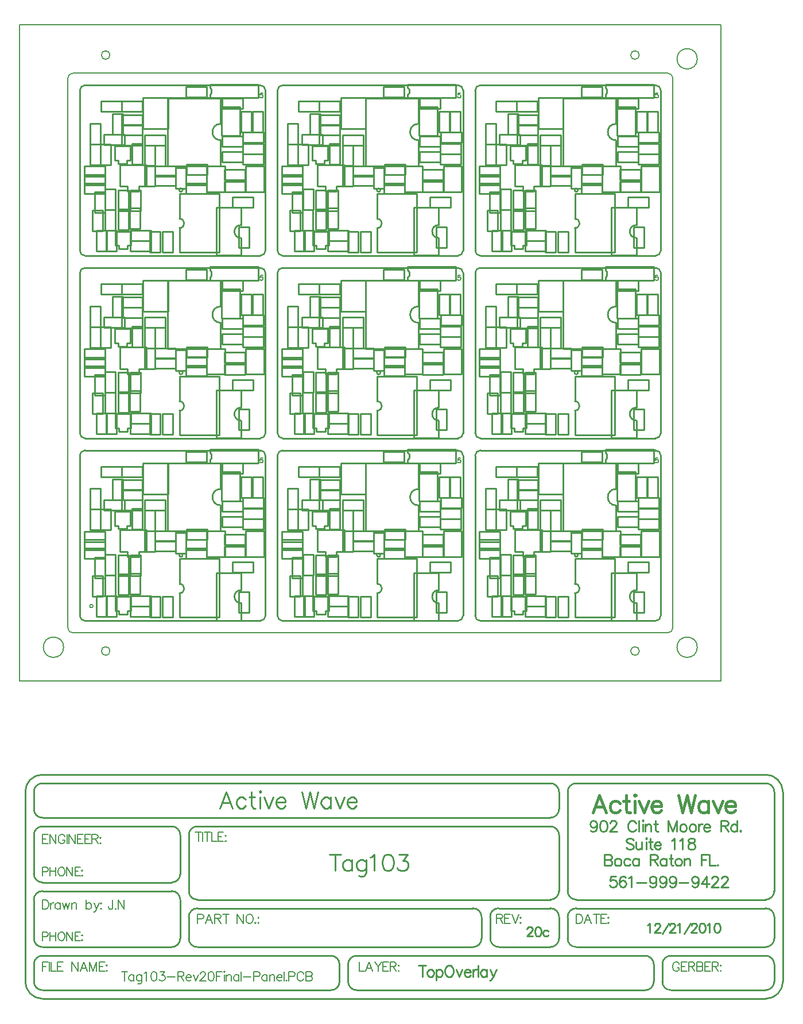
<source format=gto>
%FSLAX24Y24*%
%MOIN*%
G70*
G01*
G75*
G04 Layer_Color=65535*
%ADD10C,0.0500*%
%ADD11C,0.0100*%
%ADD12C,0.0150*%
%ADD13R,0.0300X0.0300*%
%ADD14R,0.0740X0.0450*%
%ADD15R,0.0300X0.0300*%
%ADD16O,0.0240X0.0800*%
%ADD17R,0.0360X0.0500*%
%ADD18R,0.0360X0.0360*%
%ADD19R,0.0236X0.1000*%
%ADD20R,0.0236X0.0900*%
%ADD21R,0.0700X0.0236*%
%ADD22R,0.0900X0.0236*%
%ADD23O,0.0160X0.0600*%
%ADD24R,0.0138X0.0354*%
%ADD25R,0.0138X0.0354*%
%ADD26R,0.0236X0.0236*%
%ADD27O,0.0160X0.0600*%
%ADD28R,0.0200X0.0500*%
%ADD29R,0.0748X0.0433*%
%ADD30C,0.0120*%
%ADD31C,0.0080*%
%ADD32C,0.0250*%
%ADD33C,0.0200*%
%ADD34C,0.0120*%
%ADD35C,0.0160*%
%ADD36C,0.0140*%
%ADD37C,0.0260*%
%ADD38C,0.0060*%
%ADD39C,0.0050*%
%ADD40C,0.0090*%
%ADD41C,0.1180*%
%ADD42C,0.0700*%
%ADD43R,0.0500X0.0500*%
%ADD44R,0.0394X0.0433*%
%ADD45C,0.0650*%
%ADD46C,0.0200*%
%ADD47R,0.1398X0.1398*%
%ADD48R,0.2000X0.1000*%
%ADD49R,0.1600X0.1800*%
%ADD50C,0.0300*%
%ADD51R,0.0650X0.0650*%
%ADD52C,0.0098*%
D11*
X19213Y-20860D02*
Y-21500D01*
X19000Y-20860D02*
X19427D01*
X19655Y-21073D02*
X19594Y-21104D01*
X19533Y-21165D01*
X19503Y-21256D01*
Y-21317D01*
X19533Y-21409D01*
X19594Y-21470D01*
X19655Y-21500D01*
X19747D01*
X19807Y-21470D01*
X19868Y-21409D01*
X19899Y-21317D01*
Y-21256D01*
X19868Y-21165D01*
X19807Y-21104D01*
X19747Y-21073D01*
X19655D01*
X20039D02*
Y-21713D01*
Y-21165D02*
X20100Y-21104D01*
X20161Y-21073D01*
X20252D01*
X20313Y-21104D01*
X20374Y-21165D01*
X20405Y-21256D01*
Y-21317D01*
X20374Y-21409D01*
X20313Y-21470D01*
X20252Y-21500D01*
X20161D01*
X20100Y-21470D01*
X20039Y-21409D01*
X20725Y-20860D02*
X20664Y-20891D01*
X20603Y-20952D01*
X20572Y-21012D01*
X20542Y-21104D01*
Y-21256D01*
X20572Y-21348D01*
X20603Y-21409D01*
X20664Y-21470D01*
X20725Y-21500D01*
X20846D01*
X20907Y-21470D01*
X20968Y-21409D01*
X20999Y-21348D01*
X21029Y-21256D01*
Y-21104D01*
X20999Y-21012D01*
X20968Y-20952D01*
X20907Y-20891D01*
X20846Y-20860D01*
X20725D01*
X21179Y-21073D02*
X21361Y-21500D01*
X21544Y-21073D02*
X21361Y-21500D01*
X21648Y-21256D02*
X22013D01*
Y-21195D01*
X21983Y-21134D01*
X21953Y-21104D01*
X21892Y-21073D01*
X21800D01*
X21739Y-21104D01*
X21678Y-21165D01*
X21648Y-21256D01*
Y-21317D01*
X21678Y-21409D01*
X21739Y-21470D01*
X21800Y-21500D01*
X21892D01*
X21953Y-21470D01*
X22013Y-21409D01*
X22151Y-21073D02*
Y-21500D01*
Y-21256D02*
X22181Y-21165D01*
X22242Y-21104D01*
X22303Y-21073D01*
X22394D01*
X22452Y-20860D02*
Y-21500D01*
X22952Y-21073D02*
Y-21500D01*
Y-21165D02*
X22891Y-21104D01*
X22830Y-21073D01*
X22739D01*
X22678Y-21104D01*
X22617Y-21165D01*
X22586Y-21256D01*
Y-21317D01*
X22617Y-21409D01*
X22678Y-21470D01*
X22739Y-21500D01*
X22830D01*
X22891Y-21470D01*
X22952Y-21409D01*
X23153Y-21073D02*
X23336Y-21500D01*
X23519Y-21073D02*
X23336Y-21500D01*
X23275Y-21622D01*
X23214Y-21683D01*
X23153Y-21713D01*
X23123D01*
X5120Y745D02*
G03*
X5120Y1285I0J270D01*
G01*
X5300Y2950D02*
G03*
X5300Y2950I-100J0D01*
G01*
X8685Y920D02*
G03*
X8685Y172I0J-374D01*
G01*
X7504Y6787D02*
G03*
X7504Y5842I0J-472D01*
G01*
Y7811D02*
Y8283D01*
X7216D02*
X7504D01*
X4433D02*
X7216D01*
X16600Y745D02*
G03*
X16600Y1285I0J270D01*
G01*
X16780Y2950D02*
G03*
X16780Y2950I-100J0D01*
G01*
X20165Y920D02*
G03*
X20165Y172I0J-374D01*
G01*
X18984Y6787D02*
G03*
X18984Y5842I0J-472D01*
G01*
Y7811D02*
Y8283D01*
X18696D02*
X18984D01*
X15913D02*
X18696D01*
X28080Y745D02*
G03*
X28080Y1285I0J270D01*
G01*
X28260Y2950D02*
G03*
X28260Y2950I-100J0D01*
G01*
X31645Y920D02*
G03*
X31645Y172I0J-374D01*
G01*
X30464Y6787D02*
G03*
X30464Y5842I0J-472D01*
G01*
Y7811D02*
Y8283D01*
X30176D02*
X30464D01*
X27393D02*
X30176D01*
X5120Y11335D02*
G03*
X5120Y11875I0J270D01*
G01*
X5300Y13540D02*
G03*
X5300Y13540I-100J0D01*
G01*
X8685Y11510D02*
G03*
X8685Y10762I0J-374D01*
G01*
X7504Y17377D02*
G03*
X7504Y16432I0J-472D01*
G01*
Y18401D02*
Y18873D01*
X7216D02*
X7504D01*
X4433D02*
X7216D01*
X16600Y11335D02*
G03*
X16600Y11875I0J270D01*
G01*
X16780Y13540D02*
G03*
X16780Y13540I-100J0D01*
G01*
X20165Y11510D02*
G03*
X20165Y10762I0J-374D01*
G01*
X18984Y17377D02*
G03*
X18984Y16432I0J-472D01*
G01*
Y18401D02*
Y18873D01*
X18696D02*
X18984D01*
X15913D02*
X18696D01*
X28080Y11335D02*
G03*
X28080Y11875I0J270D01*
G01*
X28260Y13540D02*
G03*
X28260Y13540I-100J0D01*
G01*
X31645Y11510D02*
G03*
X31645Y10762I0J-374D01*
G01*
X30464Y17377D02*
G03*
X30464Y16432I0J-472D01*
G01*
Y18401D02*
Y18873D01*
X30176D02*
X30464D01*
X27393D02*
X30176D01*
X5120Y21925D02*
G03*
X5120Y22465I0J270D01*
G01*
X5300Y24130D02*
G03*
X5300Y24130I-100J0D01*
G01*
X8685Y22100D02*
G03*
X8685Y21352I0J-374D01*
G01*
X7504Y27967D02*
G03*
X7504Y27022I0J-472D01*
G01*
Y28991D02*
Y29463D01*
X7216D02*
X7504D01*
X4433D02*
X7216D01*
X16600Y21925D02*
G03*
X16600Y22465I0J270D01*
G01*
X16780Y24130D02*
G03*
X16780Y24130I-100J0D01*
G01*
X20165Y22100D02*
G03*
X20165Y21352I0J-374D01*
G01*
X18984Y27967D02*
G03*
X18984Y27022I0J-472D01*
G01*
Y28991D02*
Y29463D01*
X18696D02*
X18984D01*
X15913D02*
X18696D01*
X28080Y21925D02*
G03*
X28080Y22465I0J270D01*
G01*
X28260Y24130D02*
G03*
X28260Y24130I-100J0D01*
G01*
X31645Y22100D02*
G03*
X31645Y21352I0J-374D01*
G01*
X30464Y27967D02*
G03*
X30464Y27022I0J-472D01*
G01*
Y28991D02*
Y29463D01*
X30176D02*
X30464D01*
X27393D02*
X30176D01*
X-370Y9030D02*
G03*
X-670Y8730I0J-300D01*
G01*
X10110D02*
G03*
X9810Y9030I-300J0D01*
G01*
Y-860D02*
G03*
X10110Y-560I0J300D01*
G01*
X-670D02*
G03*
X-370Y-860I300J0D01*
G01*
X-670Y-560D02*
Y8730D01*
X-370Y9030D02*
X9810D01*
X10110Y-560D02*
Y8730D01*
X-370Y-860D02*
X9810D01*
X11110Y9030D02*
G03*
X10810Y8730I0J-300D01*
G01*
X21590D02*
G03*
X21290Y9030I-300J0D01*
G01*
Y-860D02*
G03*
X21590Y-560I0J300D01*
G01*
X10810D02*
G03*
X11110Y-860I300J0D01*
G01*
X10810Y-560D02*
Y8730D01*
X11110Y9030D02*
X21290D01*
X21590Y-560D02*
Y8730D01*
X11110Y-860D02*
X21290D01*
X22590Y9030D02*
G03*
X22290Y8730I0J-300D01*
G01*
X33070D02*
G03*
X32770Y9030I-300J0D01*
G01*
Y-860D02*
G03*
X33070Y-560I0J300D01*
G01*
X22290D02*
G03*
X22590Y-860I300J0D01*
G01*
X22290Y-560D02*
Y8730D01*
X22590Y9030D02*
X32770D01*
X33070Y-560D02*
Y8730D01*
X22590Y-860D02*
X32770D01*
X-370Y19620D02*
G03*
X-670Y19320I0J-300D01*
G01*
X10110D02*
G03*
X9810Y19620I-300J0D01*
G01*
Y9730D02*
G03*
X10110Y10030I0J300D01*
G01*
X-670D02*
G03*
X-370Y9730I300J0D01*
G01*
X-670Y10030D02*
Y19320D01*
X-370Y19620D02*
X9810D01*
X10110Y10030D02*
Y19320D01*
X-370Y9730D02*
X9810D01*
X11110Y19620D02*
G03*
X10810Y19320I0J-300D01*
G01*
X21590D02*
G03*
X21290Y19620I-300J0D01*
G01*
Y9730D02*
G03*
X21590Y10030I0J300D01*
G01*
X10810D02*
G03*
X11110Y9730I300J0D01*
G01*
X10810Y10030D02*
Y19320D01*
X11110Y19620D02*
X21290D01*
X21590Y10030D02*
Y19320D01*
X11110Y9730D02*
X21290D01*
X22590Y19620D02*
G03*
X22290Y19320I0J-300D01*
G01*
X33070D02*
G03*
X32770Y19620I-300J0D01*
G01*
Y9730D02*
G03*
X33070Y10030I0J300D01*
G01*
X22290D02*
G03*
X22590Y9730I300J0D01*
G01*
X22290Y10030D02*
Y19320D01*
X22590Y19620D02*
X32770D01*
X33070Y10030D02*
Y19320D01*
X22590Y9730D02*
X32770D01*
X-370Y30210D02*
G03*
X-670Y29910I0J-300D01*
G01*
X10110D02*
G03*
X9810Y30210I-300J0D01*
G01*
Y20320D02*
G03*
X10110Y20620I0J300D01*
G01*
X-670D02*
G03*
X-370Y20320I300J0D01*
G01*
X-670Y20620D02*
Y29910D01*
X-370Y30210D02*
X9810D01*
X10110Y20620D02*
Y29910D01*
X-370Y20320D02*
X9810D01*
X11110Y30210D02*
G03*
X10810Y29910I0J-300D01*
G01*
X21590D02*
G03*
X21290Y30210I-300J0D01*
G01*
Y20320D02*
G03*
X21590Y20620I0J300D01*
G01*
X10810D02*
G03*
X11110Y20320I300J0D01*
G01*
X10810Y20620D02*
Y29910D01*
X11110Y30210D02*
X21290D01*
X21590Y20620D02*
Y29910D01*
X11110Y20320D02*
X21290D01*
X22590Y30210D02*
G03*
X22290Y29910I0J-300D01*
G01*
X33070D02*
G03*
X32770Y30210I-300J0D01*
G01*
Y20320D02*
G03*
X33070Y20620I0J300D01*
G01*
X22290D02*
G03*
X22590Y20320I300J0D01*
G01*
X22290Y20620D02*
Y29910D01*
X22590Y30210D02*
X32770D01*
X33070Y20620D02*
Y29910D01*
X22590Y20320D02*
X32770D01*
X39659Y-18022D02*
G03*
X39169Y-17532I-490J0D01*
G01*
X28159D02*
G03*
X27659Y-18032I0J-500D01*
G01*
X39159Y-17032D02*
G03*
X39659Y-16532I0J500D01*
G01*
X27659D02*
G03*
X28159Y-17032I500J0D01*
G01*
X-2841Y-9782D02*
G03*
X-3841Y-10782I0J-1000D01*
G01*
Y-21772D02*
G03*
X-2848Y-22782I1010J0D01*
G01*
X39159Y-22782D02*
G03*
X40159Y-21782I0J1000D01*
G01*
Y-10782D02*
G03*
X39159Y-9782I-1000J0D01*
G01*
X39659Y-10772D02*
G03*
X39152Y-10282I-490J0D01*
G01*
X39159Y-19782D02*
G03*
X39659Y-19282I0J500D01*
G01*
X39659Y-20773D02*
G03*
X39159Y-20282I-500J-9D01*
G01*
Y-22282D02*
G03*
X39659Y-21782I0J500D01*
G01*
X26659Y-19782D02*
G03*
X27159Y-19282I0J500D01*
G01*
X27659Y-19292D02*
G03*
X28158Y-19782I490J0D01*
G01*
X27159Y-18022D02*
G03*
X26669Y-17532I-490J0D01*
G01*
X-3341Y-21782D02*
G03*
X-2850Y-22282I500J0D01*
G01*
X26668Y-17032D02*
G03*
X27159Y-16532I-9J500D01*
G01*
X-2841Y-20282D02*
G03*
X-3341Y-20782I0J-500D01*
G01*
X27159Y-13282D02*
G03*
X26659Y-12782I-500J0D01*
G01*
Y-12282D02*
G03*
X27159Y-11782I0J500D01*
G01*
X28159Y-10282D02*
G03*
X27659Y-10782I0J-500D01*
G01*
X27159D02*
G03*
X26659Y-10282I-500J0D01*
G01*
X-2841D02*
G03*
X-3341Y-10782I0J-500D01*
G01*
Y-11782D02*
G03*
X-2841Y-12282I500J0D01*
G01*
Y-12782D02*
G03*
X-3341Y-13282I0J-500D01*
G01*
Y-15532D02*
G03*
X-2841Y-16032I500J0D01*
G01*
Y-16532D02*
G03*
X-3341Y-17032I0J-500D01*
G01*
Y-19282D02*
G03*
X-2850Y-19782I500J0D01*
G01*
X6159Y-12782D02*
G03*
X5659Y-13282I0J-500D01*
G01*
X6159Y-17532D02*
G03*
X5659Y-18032I0J-500D01*
G01*
X23639Y-17532D02*
G03*
X23160Y-18037I0J-480D01*
G01*
X23159Y-19272D02*
G03*
X23660Y-19782I510J0D01*
G01*
X22169Y-19782D02*
G03*
X22659Y-19283I0J490D01*
G01*
X22659Y-18022D02*
G03*
X22169Y-17532I-490J0D01*
G01*
X4669Y-19782D02*
G03*
X5159Y-19292I0J490D01*
G01*
X5659D02*
G03*
X6149Y-19782I490J0D01*
G01*
X5659Y-16542D02*
G03*
X6149Y-17032I490J0D01*
G01*
X5159Y-17022D02*
G03*
X4652Y-16532I-490J0D01*
G01*
X4679Y-16032D02*
G03*
X5159Y-15552I0J480D01*
G01*
Y-13272D02*
G03*
X4669Y-12782I-490J0D01*
G01*
X33659Y-20282D02*
G03*
X33159Y-20782I0J-500D01*
G01*
Y-21792D02*
G03*
X33658Y-22282I490J0D01*
G01*
X32171Y-22282D02*
G03*
X32659Y-21785I8J480D01*
G01*
X32659Y-20782D02*
G03*
X32159Y-20282I-500J0D01*
G01*
X14909Y-21782D02*
G03*
X15400Y-22282I500J0D01*
G01*
X15409Y-20282D02*
G03*
X14909Y-20782I0J-500D01*
G01*
X13921Y-22282D02*
G03*
X14409Y-21785I8J480D01*
G01*
X14409Y-20782D02*
G03*
X13909Y-20282I-500J0D01*
G01*
X39659Y-19282D02*
Y-18022D01*
X27659Y-19282D02*
Y-18032D01*
X39659Y-16532D02*
Y-10782D01*
X27659Y-16532D02*
Y-10782D01*
X-3841Y-21782D02*
Y-10782D01*
X-3341Y-21782D02*
Y-20782D01*
X39659Y-21782D02*
Y-20782D01*
X27159Y-19282D02*
Y-18032D01*
X23159Y-19282D02*
Y-18032D01*
X5659Y-19282D02*
Y-18032D01*
X22659Y-19282D02*
Y-18032D01*
X5659Y-16532D02*
Y-13282D01*
X27159Y-16532D02*
Y-13282D01*
Y-11782D02*
Y-10782D01*
X-3341Y-11782D02*
Y-10782D01*
X5159Y-15532D02*
Y-13282D01*
X-3341Y-15532D02*
Y-13282D01*
X5159Y-19282D02*
Y-17032D01*
X-3341Y-19282D02*
Y-17032D01*
X40159Y-21782D02*
Y-10782D01*
X33159Y-21782D02*
Y-20782D01*
X32659Y-21782D02*
Y-20782D01*
X14909Y-21782D02*
Y-20782D01*
X14409Y-21782D02*
Y-20782D01*
X28159Y-17532D02*
X39159D01*
X28159Y-17032D02*
X39159D01*
X6159D02*
X26659D01*
X28159Y-10282D02*
X39159D01*
X28159Y-19782D02*
X39159D01*
X23659Y-17532D02*
X26659D01*
X23659Y-19782D02*
X26659D01*
X6159D02*
X22159D01*
X6159Y-17532D02*
X22159D01*
X6159Y-12782D02*
X26659D01*
X-2841Y-12282D02*
X26659D01*
X-2841Y-12782D02*
X4659D01*
X-2841Y-16032D02*
X4659D01*
X-2841Y-16532D02*
X4659D01*
X-2841Y-19782D02*
X4659D01*
X-2841Y-9782D02*
X39159D01*
X-2841Y-22782D02*
X39159D01*
X-2841Y-10282D02*
X26659D01*
X33659Y-20282D02*
X39159D01*
X33659Y-22282D02*
X39159D01*
X15409Y-20282D02*
X32159D01*
X-2841D02*
X13909D01*
X-2841Y-22282D02*
X13909D01*
X15409D02*
X32159D01*
X31487Y-13572D02*
X31426Y-13511D01*
X31334Y-13480D01*
X31212D01*
X31121Y-13511D01*
X31060Y-13572D01*
Y-13632D01*
X31090Y-13693D01*
X31121Y-13724D01*
X31182Y-13754D01*
X31365Y-13815D01*
X31426Y-13846D01*
X31456Y-13876D01*
X31487Y-13937D01*
Y-14029D01*
X31426Y-14090D01*
X31334Y-14120D01*
X31212D01*
X31121Y-14090D01*
X31060Y-14029D01*
X31630Y-13693D02*
Y-13998D01*
X31660Y-14090D01*
X31721Y-14120D01*
X31813D01*
X31874Y-14090D01*
X31965Y-13998D01*
Y-13693D02*
Y-14120D01*
X32193Y-13480D02*
X32224Y-13511D01*
X32254Y-13480D01*
X32224Y-13450D01*
X32193Y-13480D01*
X32224Y-13693D02*
Y-14120D01*
X32459Y-13480D02*
Y-13998D01*
X32489Y-14090D01*
X32550Y-14120D01*
X32611D01*
X32367Y-13693D02*
X32580D01*
X32702Y-13876D02*
X33068D01*
Y-13815D01*
X33037Y-13754D01*
X33007Y-13724D01*
X32946Y-13693D01*
X32855D01*
X32794Y-13724D01*
X32733Y-13785D01*
X32702Y-13876D01*
Y-13937D01*
X32733Y-14029D01*
X32794Y-14090D01*
X32855Y-14120D01*
X32946D01*
X33007Y-14090D01*
X33068Y-14029D01*
X33708Y-13602D02*
X33769Y-13572D01*
X33860Y-13480D01*
Y-14120D01*
X34177Y-13602D02*
X34238Y-13572D01*
X34329Y-13480D01*
Y-14120D01*
X34799Y-13480D02*
X34707Y-13511D01*
X34677Y-13572D01*
Y-13632D01*
X34707Y-13693D01*
X34768Y-13724D01*
X34890Y-13754D01*
X34981Y-13785D01*
X35042Y-13846D01*
X35073Y-13907D01*
Y-13998D01*
X35042Y-14059D01*
X35012Y-14090D01*
X34920Y-14120D01*
X34799D01*
X34707Y-14090D01*
X34677Y-14059D01*
X34646Y-13998D01*
Y-13907D01*
X34677Y-13846D01*
X34738Y-13785D01*
X34829Y-13754D01*
X34951Y-13724D01*
X35012Y-13693D01*
X35042Y-13632D01*
Y-13572D01*
X35012Y-13511D01*
X34920Y-13480D01*
X34799D01*
X30466Y-15670D02*
X30161D01*
X30130Y-15944D01*
X30161Y-15914D01*
X30252Y-15883D01*
X30344D01*
X30435Y-15914D01*
X30496Y-15975D01*
X30527Y-16066D01*
Y-16127D01*
X30496Y-16219D01*
X30435Y-16280D01*
X30344Y-16310D01*
X30252D01*
X30161Y-16280D01*
X30130Y-16249D01*
X30100Y-16188D01*
X31035Y-15762D02*
X31005Y-15701D01*
X30914Y-15670D01*
X30853D01*
X30761Y-15701D01*
X30700Y-15792D01*
X30670Y-15944D01*
Y-16097D01*
X30700Y-16219D01*
X30761Y-16280D01*
X30853Y-16310D01*
X30883D01*
X30974Y-16280D01*
X31035Y-16219D01*
X31066Y-16127D01*
Y-16097D01*
X31035Y-16005D01*
X30974Y-15944D01*
X30883Y-15914D01*
X30853D01*
X30761Y-15944D01*
X30700Y-16005D01*
X30670Y-16097D01*
X31206Y-15792D02*
X31267Y-15762D01*
X31358Y-15670D01*
Y-16310D01*
X31675Y-16036D02*
X32224D01*
X32809Y-15883D02*
X32778Y-15975D01*
X32717Y-16036D01*
X32626Y-16066D01*
X32595D01*
X32504Y-16036D01*
X32443Y-15975D01*
X32413Y-15883D01*
Y-15853D01*
X32443Y-15762D01*
X32504Y-15701D01*
X32595Y-15670D01*
X32626D01*
X32717Y-15701D01*
X32778Y-15762D01*
X32809Y-15883D01*
Y-16036D01*
X32778Y-16188D01*
X32717Y-16280D01*
X32626Y-16310D01*
X32565D01*
X32474Y-16280D01*
X32443Y-16219D01*
X33379Y-15883D02*
X33348Y-15975D01*
X33287Y-16036D01*
X33196Y-16066D01*
X33165D01*
X33074Y-16036D01*
X33013Y-15975D01*
X32982Y-15883D01*
Y-15853D01*
X33013Y-15762D01*
X33074Y-15701D01*
X33165Y-15670D01*
X33196D01*
X33287Y-15701D01*
X33348Y-15762D01*
X33379Y-15883D01*
Y-16036D01*
X33348Y-16188D01*
X33287Y-16280D01*
X33196Y-16310D01*
X33135D01*
X33043Y-16280D01*
X33013Y-16219D01*
X33948Y-15883D02*
X33918Y-15975D01*
X33857Y-16036D01*
X33765Y-16066D01*
X33735D01*
X33644Y-16036D01*
X33583Y-15975D01*
X33552Y-15883D01*
Y-15853D01*
X33583Y-15762D01*
X33644Y-15701D01*
X33735Y-15670D01*
X33765D01*
X33857Y-15701D01*
X33918Y-15762D01*
X33948Y-15883D01*
Y-16036D01*
X33918Y-16188D01*
X33857Y-16280D01*
X33765Y-16310D01*
X33705D01*
X33613Y-16280D01*
X33583Y-16219D01*
X34122Y-16036D02*
X34670D01*
X35255Y-15883D02*
X35225Y-15975D01*
X35164Y-16036D01*
X35073Y-16066D01*
X35042D01*
X34951Y-16036D01*
X34890Y-15975D01*
X34859Y-15883D01*
Y-15853D01*
X34890Y-15762D01*
X34951Y-15701D01*
X35042Y-15670D01*
X35073D01*
X35164Y-15701D01*
X35225Y-15762D01*
X35255Y-15883D01*
Y-16036D01*
X35225Y-16188D01*
X35164Y-16280D01*
X35073Y-16310D01*
X35012D01*
X34920Y-16280D01*
X34890Y-16219D01*
X35734Y-15670D02*
X35429Y-16097D01*
X35886D01*
X35734Y-15670D02*
Y-16310D01*
X36029Y-15822D02*
Y-15792D01*
X36060Y-15731D01*
X36090Y-15701D01*
X36151Y-15670D01*
X36273D01*
X36334Y-15701D01*
X36365Y-15731D01*
X36395Y-15792D01*
Y-15853D01*
X36365Y-15914D01*
X36304Y-16005D01*
X35999Y-16310D01*
X36425D01*
X36599Y-15822D02*
Y-15792D01*
X36630Y-15731D01*
X36660Y-15701D01*
X36721Y-15670D01*
X36843D01*
X36904Y-15701D01*
X36934Y-15731D01*
X36965Y-15792D01*
Y-15853D01*
X36934Y-15914D01*
X36873Y-16005D01*
X36569Y-16310D01*
X36995D01*
X29346Y-12663D02*
X29316Y-12755D01*
X29255Y-12816D01*
X29163Y-12846D01*
X29133D01*
X29041Y-12816D01*
X28980Y-12755D01*
X28950Y-12663D01*
Y-12633D01*
X28980Y-12542D01*
X29041Y-12481D01*
X29133Y-12450D01*
X29163D01*
X29255Y-12481D01*
X29316Y-12542D01*
X29346Y-12663D01*
Y-12816D01*
X29316Y-12968D01*
X29255Y-13060D01*
X29163Y-13090D01*
X29102D01*
X29011Y-13060D01*
X28980Y-12999D01*
X29703Y-12450D02*
X29611Y-12481D01*
X29550Y-12572D01*
X29520Y-12724D01*
Y-12816D01*
X29550Y-12968D01*
X29611Y-13060D01*
X29703Y-13090D01*
X29764D01*
X29855Y-13060D01*
X29916Y-12968D01*
X29946Y-12816D01*
Y-12724D01*
X29916Y-12572D01*
X29855Y-12481D01*
X29764Y-12450D01*
X29703D01*
X30120Y-12602D02*
Y-12572D01*
X30150Y-12511D01*
X30181Y-12481D01*
X30242Y-12450D01*
X30364D01*
X30425Y-12481D01*
X30455Y-12511D01*
X30486Y-12572D01*
Y-12633D01*
X30455Y-12694D01*
X30394Y-12785D01*
X30090Y-13090D01*
X30516D01*
X31619Y-12602D02*
X31589Y-12542D01*
X31528Y-12481D01*
X31467Y-12450D01*
X31345D01*
X31284Y-12481D01*
X31223Y-12542D01*
X31193Y-12602D01*
X31162Y-12694D01*
Y-12846D01*
X31193Y-12938D01*
X31223Y-12999D01*
X31284Y-13060D01*
X31345Y-13090D01*
X31467D01*
X31528Y-13060D01*
X31589Y-12999D01*
X31619Y-12938D01*
X31799Y-12450D02*
Y-13090D01*
X31994Y-12450D02*
X32024Y-12481D01*
X32055Y-12450D01*
X32024Y-12420D01*
X31994Y-12450D01*
X32024Y-12663D02*
Y-13090D01*
X32168Y-12663D02*
Y-13090D01*
Y-12785D02*
X32259Y-12694D01*
X32320Y-12663D01*
X32411D01*
X32472Y-12694D01*
X32503Y-12785D01*
Y-13090D01*
X32762Y-12450D02*
Y-12968D01*
X32792Y-13060D01*
X32853Y-13090D01*
X32914D01*
X32670Y-12663D02*
X32884D01*
X33508Y-12450D02*
Y-13090D01*
Y-12450D02*
X33752Y-13090D01*
X33996Y-12450D02*
X33752Y-13090D01*
X33996Y-12450D02*
Y-13090D01*
X34331Y-12663D02*
X34270Y-12694D01*
X34209Y-12755D01*
X34179Y-12846D01*
Y-12907D01*
X34209Y-12999D01*
X34270Y-13060D01*
X34331Y-13090D01*
X34422D01*
X34483Y-13060D01*
X34544Y-12999D01*
X34575Y-12907D01*
Y-12846D01*
X34544Y-12755D01*
X34483Y-12694D01*
X34422Y-12663D01*
X34331D01*
X34867D02*
X34806Y-12694D01*
X34745Y-12755D01*
X34715Y-12846D01*
Y-12907D01*
X34745Y-12999D01*
X34806Y-13060D01*
X34867Y-13090D01*
X34959D01*
X35020Y-13060D01*
X35080Y-12999D01*
X35111Y-12907D01*
Y-12846D01*
X35080Y-12755D01*
X35020Y-12694D01*
X34959Y-12663D01*
X34867D01*
X35251D02*
Y-13090D01*
Y-12846D02*
X35282Y-12755D01*
X35343Y-12694D01*
X35403Y-12663D01*
X35495D01*
X35553Y-12846D02*
X35918D01*
Y-12785D01*
X35888Y-12724D01*
X35857Y-12694D01*
X35797Y-12663D01*
X35705D01*
X35644Y-12694D01*
X35583Y-12755D01*
X35553Y-12846D01*
Y-12907D01*
X35583Y-12999D01*
X35644Y-13060D01*
X35705Y-13090D01*
X35797D01*
X35857Y-13060D01*
X35918Y-12999D01*
X36558Y-12450D02*
Y-13090D01*
Y-12450D02*
X36832D01*
X36924Y-12481D01*
X36954Y-12511D01*
X36985Y-12572D01*
Y-12633D01*
X36954Y-12694D01*
X36924Y-12724D01*
X36832Y-12755D01*
X36558D01*
X36772D02*
X36985Y-13090D01*
X37494Y-12450D02*
Y-13090D01*
Y-12755D02*
X37433Y-12694D01*
X37372Y-12663D01*
X37280D01*
X37219Y-12694D01*
X37159Y-12755D01*
X37128Y-12846D01*
Y-12907D01*
X37159Y-12999D01*
X37219Y-13060D01*
X37280Y-13090D01*
X37372D01*
X37433Y-13060D01*
X37494Y-12999D01*
X37695Y-13029D02*
X37664Y-13060D01*
X37695Y-13090D01*
X37725Y-13060D01*
X37695Y-13029D01*
X29810Y-14420D02*
Y-15060D01*
Y-14420D02*
X30084D01*
X30176Y-14451D01*
X30206Y-14481D01*
X30237Y-14542D01*
Y-14603D01*
X30206Y-14664D01*
X30176Y-14694D01*
X30084Y-14725D01*
X29810D02*
X30084D01*
X30176Y-14755D01*
X30206Y-14786D01*
X30237Y-14847D01*
Y-14938D01*
X30206Y-14999D01*
X30176Y-15030D01*
X30084Y-15060D01*
X29810D01*
X30532Y-14633D02*
X30471Y-14664D01*
X30410Y-14725D01*
X30380Y-14816D01*
Y-14877D01*
X30410Y-14969D01*
X30471Y-15030D01*
X30532Y-15060D01*
X30624D01*
X30684Y-15030D01*
X30745Y-14969D01*
X30776Y-14877D01*
Y-14816D01*
X30745Y-14725D01*
X30684Y-14664D01*
X30624Y-14633D01*
X30532D01*
X31282Y-14725D02*
X31221Y-14664D01*
X31160Y-14633D01*
X31068D01*
X31007Y-14664D01*
X30947Y-14725D01*
X30916Y-14816D01*
Y-14877D01*
X30947Y-14969D01*
X31007Y-15030D01*
X31068Y-15060D01*
X31160D01*
X31221Y-15030D01*
X31282Y-14969D01*
X31784Y-14633D02*
Y-15060D01*
Y-14725D02*
X31723Y-14664D01*
X31663Y-14633D01*
X31571D01*
X31510Y-14664D01*
X31449Y-14725D01*
X31419Y-14816D01*
Y-14877D01*
X31449Y-14969D01*
X31510Y-15030D01*
X31571Y-15060D01*
X31663D01*
X31723Y-15030D01*
X31784Y-14969D01*
X32458Y-14420D02*
Y-15060D01*
Y-14420D02*
X32732D01*
X32823Y-14451D01*
X32854Y-14481D01*
X32884Y-14542D01*
Y-14603D01*
X32854Y-14664D01*
X32823Y-14694D01*
X32732Y-14725D01*
X32458D01*
X32671D02*
X32884Y-15060D01*
X33393Y-14633D02*
Y-15060D01*
Y-14725D02*
X33332Y-14664D01*
X33271Y-14633D01*
X33180D01*
X33119Y-14664D01*
X33058Y-14725D01*
X33028Y-14816D01*
Y-14877D01*
X33058Y-14969D01*
X33119Y-15030D01*
X33180Y-15060D01*
X33271D01*
X33332Y-15030D01*
X33393Y-14969D01*
X33655Y-14420D02*
Y-14938D01*
X33686Y-15030D01*
X33747Y-15060D01*
X33808D01*
X33564Y-14633D02*
X33777D01*
X34051D02*
X33990Y-14664D01*
X33930Y-14725D01*
X33899Y-14816D01*
Y-14877D01*
X33930Y-14969D01*
X33990Y-15030D01*
X34051Y-15060D01*
X34143D01*
X34204Y-15030D01*
X34265Y-14969D01*
X34295Y-14877D01*
Y-14816D01*
X34265Y-14725D01*
X34204Y-14664D01*
X34143Y-14633D01*
X34051D01*
X34435D02*
Y-15060D01*
Y-14755D02*
X34527Y-14664D01*
X34588Y-14633D01*
X34679D01*
X34740Y-14664D01*
X34770Y-14755D01*
Y-15060D01*
X35441Y-14420D02*
Y-15060D01*
Y-14420D02*
X35837D01*
X35441Y-14725D02*
X35685D01*
X35910Y-14420D02*
Y-15060D01*
X36276D01*
X36376Y-14999D02*
X36346Y-15030D01*
X36376Y-15060D01*
X36407Y-15030D01*
X36376Y-14999D01*
D12*
X29892Y-11980D02*
X29511Y-10980D01*
X29130Y-11980D01*
X29273Y-11647D02*
X29749D01*
X30696Y-11456D02*
X30601Y-11361D01*
X30506Y-11313D01*
X30363D01*
X30268Y-11361D01*
X30173Y-11456D01*
X30125Y-11599D01*
Y-11694D01*
X30173Y-11837D01*
X30268Y-11932D01*
X30363Y-11980D01*
X30506D01*
X30601Y-11932D01*
X30696Y-11837D01*
X31053Y-10980D02*
Y-11790D01*
X31101Y-11932D01*
X31196Y-11980D01*
X31291D01*
X30911Y-11313D02*
X31244D01*
X31529Y-10980D02*
X31577Y-11028D01*
X31625Y-10980D01*
X31577Y-10933D01*
X31529Y-10980D01*
X31577Y-11313D02*
Y-11980D01*
X31801Y-11313D02*
X32087Y-11980D01*
X32372Y-11313D02*
X32087Y-11980D01*
X32534Y-11599D02*
X33105D01*
Y-11504D01*
X33058Y-11409D01*
X33010Y-11361D01*
X32915Y-11313D01*
X32772D01*
X32677Y-11361D01*
X32582Y-11456D01*
X32534Y-11599D01*
Y-11694D01*
X32582Y-11837D01*
X32677Y-11932D01*
X32772Y-11980D01*
X32915D01*
X33010Y-11932D01*
X33105Y-11837D01*
X34105Y-10980D02*
X34343Y-11980D01*
X34581Y-10980D02*
X34343Y-11980D01*
X34581Y-10980D02*
X34819Y-11980D01*
X35057Y-10980D02*
X34819Y-11980D01*
X35829Y-11313D02*
Y-11980D01*
Y-11456D02*
X35733Y-11361D01*
X35638Y-11313D01*
X35495D01*
X35400Y-11361D01*
X35305Y-11456D01*
X35257Y-11599D01*
Y-11694D01*
X35305Y-11837D01*
X35400Y-11932D01*
X35495Y-11980D01*
X35638D01*
X35733Y-11932D01*
X35829Y-11837D01*
X36095Y-11313D02*
X36381Y-11980D01*
X36666Y-11313D02*
X36381Y-11980D01*
X36828Y-11599D02*
X37400D01*
Y-11504D01*
X37352Y-11409D01*
X37304Y-11361D01*
X37209Y-11313D01*
X37066D01*
X36971Y-11361D01*
X36876Y-11456D01*
X36828Y-11599D01*
Y-11694D01*
X36876Y-11837D01*
X36971Y-11932D01*
X37066Y-11980D01*
X37209D01*
X37304Y-11932D01*
X37400Y-11837D01*
D31*
X1243Y-17059D02*
Y-17465D01*
X1217Y-17542D01*
X1192Y-17567D01*
X1141Y-17592D01*
X1090D01*
X1040Y-17567D01*
X1014Y-17542D01*
X989Y-17465D01*
Y-17415D01*
X1405Y-17542D02*
X1380Y-17567D01*
X1405Y-17592D01*
X1431Y-17567D01*
X1405Y-17542D01*
X1547Y-17059D02*
Y-17592D01*
Y-17059D02*
X1903Y-17592D01*
Y-17059D02*
Y-17592D01*
D38*
X9950Y8590D02*
X9817D01*
X9803Y8470D01*
X9817Y8483D01*
X9857Y8497D01*
X9897D01*
X9937Y8483D01*
X9963Y8457D01*
X9977Y8417D01*
Y8390D01*
X9963Y8350D01*
X9937Y8323D01*
X9897Y8310D01*
X9857D01*
X9817Y8323D01*
X9803Y8337D01*
X9790Y8363D01*
X21430Y8590D02*
X21297D01*
X21283Y8470D01*
X21297Y8483D01*
X21337Y8497D01*
X21377D01*
X21417Y8483D01*
X21443Y8457D01*
X21457Y8417D01*
Y8390D01*
X21443Y8350D01*
X21417Y8323D01*
X21377Y8310D01*
X21337D01*
X21297Y8323D01*
X21283Y8337D01*
X21270Y8363D01*
X32910Y8590D02*
X32777D01*
X32763Y8470D01*
X32777Y8483D01*
X32817Y8497D01*
X32857D01*
X32897Y8483D01*
X32923Y8457D01*
X32937Y8417D01*
Y8390D01*
X32923Y8350D01*
X32897Y8323D01*
X32857Y8310D01*
X32817D01*
X32777Y8323D01*
X32763Y8337D01*
X32750Y8363D01*
X9950Y19180D02*
X9817D01*
X9803Y19060D01*
X9817Y19073D01*
X9857Y19087D01*
X9897D01*
X9937Y19073D01*
X9963Y19047D01*
X9977Y19007D01*
Y18980D01*
X9963Y18940D01*
X9937Y18913D01*
X9897Y18900D01*
X9857D01*
X9817Y18913D01*
X9803Y18927D01*
X9790Y18953D01*
X21430Y19180D02*
X21297D01*
X21283Y19060D01*
X21297Y19073D01*
X21337Y19087D01*
X21377D01*
X21417Y19073D01*
X21443Y19047D01*
X21457Y19007D01*
Y18980D01*
X21443Y18940D01*
X21417Y18913D01*
X21377Y18900D01*
X21337D01*
X21297Y18913D01*
X21283Y18927D01*
X21270Y18953D01*
X32910Y19180D02*
X32777D01*
X32763Y19060D01*
X32777Y19073D01*
X32817Y19087D01*
X32857D01*
X32897Y19073D01*
X32923Y19047D01*
X32937Y19007D01*
Y18980D01*
X32923Y18940D01*
X32897Y18913D01*
X32857Y18900D01*
X32817D01*
X32777Y18913D01*
X32763Y18927D01*
X32750Y18953D01*
X9950Y29770D02*
X9817D01*
X9803Y29650D01*
X9817Y29663D01*
X9857Y29677D01*
X9897D01*
X9937Y29663D01*
X9963Y29637D01*
X9977Y29597D01*
Y29570D01*
X9963Y29530D01*
X9937Y29503D01*
X9897Y29490D01*
X9857D01*
X9817Y29503D01*
X9803Y29517D01*
X9790Y29543D01*
X21430Y29770D02*
X21297D01*
X21283Y29650D01*
X21297Y29663D01*
X21337Y29677D01*
X21377D01*
X21417Y29663D01*
X21443Y29637D01*
X21457Y29597D01*
Y29570D01*
X21443Y29530D01*
X21417Y29503D01*
X21377Y29490D01*
X21337D01*
X21297Y29503D01*
X21283Y29517D01*
X21270Y29543D01*
X32910Y29770D02*
X32777D01*
X32763Y29650D01*
X32777Y29663D01*
X32817Y29677D01*
X32857D01*
X32897Y29663D01*
X32923Y29637D01*
X32937Y29597D01*
Y29570D01*
X32923Y29530D01*
X32897Y29503D01*
X32857Y29490D01*
X32817D01*
X32777Y29503D01*
X32763Y29517D01*
X32750Y29543D01*
D39*
X-1610Y-2390D02*
G03*
X-1610Y-2390I-590J0D01*
G01*
X35190D02*
G03*
X35190Y-2390I-590J0D01*
G01*
Y31740D02*
G03*
X35190Y31740I-590J0D01*
G01*
X1080Y31960D02*
G03*
X1080Y31960I-250J0D01*
G01*
X31820D02*
G03*
X31820Y31960I-250J0D01*
G01*
X1080Y-2610D02*
G03*
X1080Y-2610I-250J0D01*
G01*
X31820D02*
G03*
X31820Y-2610I-250J0D01*
G01*
X97Y0D02*
G03*
X97Y0I-97J0D01*
G01*
X-1070Y30910D02*
G03*
X-1370Y30610I0J-300D01*
G01*
X-370Y30210D02*
G03*
X-670Y29910I0J-300D01*
G01*
X10110D02*
G03*
X9810Y30210I-300J0D01*
G01*
X11110D02*
G03*
X10810Y29910I0J-300D01*
G01*
X9810Y20320D02*
G03*
X10110Y20620I0J300D01*
G01*
X10810D02*
G03*
X11110Y20320I300J0D01*
G01*
Y19620D02*
G03*
X10810Y19320I0J-300D01*
G01*
X10110D02*
G03*
X9810Y19620I-300J0D01*
G01*
X22290Y20620D02*
G03*
X22590Y20320I300J0D01*
G01*
X21290D02*
G03*
X21590Y20620I0J300D01*
G01*
Y19320D02*
G03*
X21290Y19620I-300J0D01*
G01*
X22590D02*
G03*
X22290Y19320I0J-300D01*
G01*
X32770Y20320D02*
G03*
X33070Y20620I0J300D01*
G01*
Y19320D02*
G03*
X32770Y19620I-300J0D01*
G01*
X33770Y30610D02*
G03*
X33470Y30910I-300J0D01*
G01*
X33070Y29910D02*
G03*
X32770Y30210I-300J0D01*
G01*
X21590Y29910D02*
G03*
X21290Y30210I-300J0D01*
G01*
X22590D02*
G03*
X22290Y29910I0J-300D01*
G01*
X-670Y20620D02*
G03*
X-370Y20320I300J0D01*
G01*
Y19620D02*
G03*
X-670Y19320I0J-300D01*
G01*
Y10030D02*
G03*
X-370Y9730I300J0D01*
G01*
Y9030D02*
G03*
X-670Y8730I0J-300D01*
G01*
Y-560D02*
G03*
X-370Y-860I300J0D01*
G01*
X-1370Y-1260D02*
G03*
X-1070Y-1560I300J0D01*
G01*
X9810Y-860D02*
G03*
X10110Y-560I0J300D01*
G01*
X10810D02*
G03*
X11110Y-860I300J0D01*
G01*
X21290D02*
G03*
X21590Y-560I0J300D01*
G01*
X22290D02*
G03*
X22590Y-860I300J0D01*
G01*
X32770D02*
G03*
X33070Y-560I0J300D01*
G01*
X33470Y-1560D02*
G03*
X33770Y-1260I0J300D01*
G01*
X32770Y9730D02*
G03*
X33070Y10030I0J300D01*
G01*
Y8730D02*
G03*
X32770Y9030I-300J0D01*
G01*
X21290Y9730D02*
G03*
X21590Y10030I0J300D01*
G01*
X22290D02*
G03*
X22590Y9730I300J0D01*
G01*
Y9030D02*
G03*
X22290Y8730I0J-300D01*
G01*
X21590D02*
G03*
X21290Y9030I-300J0D01*
G01*
X10810Y10030D02*
G03*
X11110Y9730I300J0D01*
G01*
X9810D02*
G03*
X10110Y10030I0J300D01*
G01*
Y8730D02*
G03*
X9810Y9030I-300J0D01*
G01*
X11110D02*
G03*
X10810Y8730I0J-300D01*
G01*
X-4170Y-4360D02*
X36570D01*
Y33710D01*
X-4170D02*
X36570D01*
X-4170Y-4360D02*
Y33710D01*
X-670Y20620D02*
Y29910D01*
X-370Y-860D02*
X9810D01*
X22590Y30210D02*
X32770D01*
X33070Y-560D02*
Y8730D01*
X-1070Y30910D02*
X33470D01*
X-1070Y-1560D02*
X33470D01*
X-1370Y-1260D02*
Y30610D01*
X33770Y-1260D02*
Y30610D01*
X-370Y30210D02*
X9810D01*
X11110Y20320D02*
X21290D01*
X-370D02*
X9810D01*
X-670Y10030D02*
Y19320D01*
X-370Y19620D02*
X9810D01*
X10110Y20620D02*
Y29910D01*
X10810Y20620D02*
Y29910D01*
X21590Y20620D02*
Y29910D01*
X22290Y20620D02*
Y29910D01*
X11110Y30210D02*
X21290D01*
X10810Y10030D02*
Y19320D01*
X11110Y19620D02*
X21290D01*
X10110Y10030D02*
Y19320D01*
X21590Y10030D02*
Y19320D01*
X22590Y20320D02*
X32770D01*
X22590Y19620D02*
X32770D01*
X22290Y10030D02*
Y19320D01*
X33070Y20620D02*
Y29910D01*
Y10030D02*
Y19320D01*
X22290Y-560D02*
Y8730D01*
X22590Y9730D02*
X32770D01*
X21590Y-560D02*
Y8730D01*
X22590Y9030D02*
X32770D01*
X11110Y9730D02*
X21290D01*
X10110Y-560D02*
Y8730D01*
X11110Y9030D02*
X21290D01*
X10810Y-560D02*
Y8730D01*
X11110Y-860D02*
X21290D01*
X22590D02*
X32770D01*
X-370Y9730D02*
X9810D01*
X-670Y-560D02*
Y8730D01*
X-370Y9030D02*
X9810D01*
X1928Y-21217D02*
Y-21750D01*
X1750Y-21217D02*
X2105D01*
X2474Y-21395D02*
Y-21750D01*
Y-21471D02*
X2423Y-21420D01*
X2372Y-21395D01*
X2296D01*
X2245Y-21420D01*
X2194Y-21471D01*
X2169Y-21547D01*
Y-21598D01*
X2194Y-21674D01*
X2245Y-21725D01*
X2296Y-21750D01*
X2372D01*
X2423Y-21725D01*
X2474Y-21674D01*
X2921Y-21395D02*
Y-21801D01*
X2895Y-21877D01*
X2870Y-21902D01*
X2819Y-21928D01*
X2743D01*
X2692Y-21902D01*
X2921Y-21471D02*
X2870Y-21420D01*
X2819Y-21395D01*
X2743D01*
X2692Y-21420D01*
X2641Y-21471D01*
X2616Y-21547D01*
Y-21598D01*
X2641Y-21674D01*
X2692Y-21725D01*
X2743Y-21750D01*
X2819D01*
X2870Y-21725D01*
X2921Y-21674D01*
X3063Y-21318D02*
X3114Y-21293D01*
X3190Y-21217D01*
Y-21750D01*
X3606Y-21217D02*
X3530Y-21242D01*
X3479Y-21318D01*
X3454Y-21445D01*
Y-21521D01*
X3479Y-21648D01*
X3530Y-21725D01*
X3606Y-21750D01*
X3657D01*
X3733Y-21725D01*
X3784Y-21648D01*
X3809Y-21521D01*
Y-21445D01*
X3784Y-21318D01*
X3733Y-21242D01*
X3657Y-21217D01*
X3606D01*
X3979D02*
X4259D01*
X4106Y-21420D01*
X4183D01*
X4233Y-21445D01*
X4259Y-21471D01*
X4284Y-21547D01*
Y-21598D01*
X4259Y-21674D01*
X4208Y-21725D01*
X4132Y-21750D01*
X4056D01*
X3979Y-21725D01*
X3954Y-21699D01*
X3929Y-21648D01*
X4403Y-21521D02*
X4860D01*
X5018Y-21217D02*
Y-21750D01*
Y-21217D02*
X5246D01*
X5323Y-21242D01*
X5348Y-21268D01*
X5373Y-21318D01*
Y-21369D01*
X5348Y-21420D01*
X5323Y-21445D01*
X5246Y-21471D01*
X5018D01*
X5196D02*
X5373Y-21750D01*
X5493Y-21547D02*
X5797D01*
Y-21496D01*
X5772Y-21445D01*
X5747Y-21420D01*
X5696Y-21395D01*
X5620D01*
X5569Y-21420D01*
X5518Y-21471D01*
X5493Y-21547D01*
Y-21598D01*
X5518Y-21674D01*
X5569Y-21725D01*
X5620Y-21750D01*
X5696D01*
X5747Y-21725D01*
X5797Y-21674D01*
X5912Y-21395D02*
X6064Y-21750D01*
X6216Y-21395D02*
X6064Y-21750D01*
X6328Y-21344D02*
Y-21318D01*
X6353Y-21268D01*
X6379Y-21242D01*
X6430Y-21217D01*
X6531D01*
X6582Y-21242D01*
X6607Y-21268D01*
X6633Y-21318D01*
Y-21369D01*
X6607Y-21420D01*
X6557Y-21496D01*
X6303Y-21750D01*
X6658D01*
X6930Y-21217D02*
X6854Y-21242D01*
X6803Y-21318D01*
X6778Y-21445D01*
Y-21521D01*
X6803Y-21648D01*
X6854Y-21725D01*
X6930Y-21750D01*
X6981D01*
X7057Y-21725D01*
X7108Y-21648D01*
X7133Y-21521D01*
Y-21445D01*
X7108Y-21318D01*
X7057Y-21242D01*
X6981Y-21217D01*
X6930D01*
X7252D02*
Y-21750D01*
Y-21217D02*
X7582D01*
X7252Y-21471D02*
X7455D01*
X7694Y-21217D02*
X7720Y-21242D01*
X7745Y-21217D01*
X7720Y-21191D01*
X7694Y-21217D01*
X7720Y-21395D02*
Y-21750D01*
X7839Y-21395D02*
Y-21750D01*
Y-21496D02*
X7915Y-21420D01*
X7966Y-21395D01*
X8042D01*
X8093Y-21420D01*
X8118Y-21496D01*
Y-21750D01*
X8563Y-21395D02*
Y-21750D01*
Y-21471D02*
X8512Y-21420D01*
X8461Y-21395D01*
X8385D01*
X8334Y-21420D01*
X8283Y-21471D01*
X8258Y-21547D01*
Y-21598D01*
X8283Y-21674D01*
X8334Y-21725D01*
X8385Y-21750D01*
X8461D01*
X8512Y-21725D01*
X8563Y-21674D01*
X8705Y-21217D02*
Y-21750D01*
X8816Y-21521D02*
X9274D01*
X9431Y-21496D02*
X9659D01*
X9736Y-21471D01*
X9761Y-21445D01*
X9786Y-21395D01*
Y-21318D01*
X9761Y-21268D01*
X9736Y-21242D01*
X9659Y-21217D01*
X9431D01*
Y-21750D01*
X10210Y-21395D02*
Y-21750D01*
Y-21471D02*
X10160Y-21420D01*
X10109Y-21395D01*
X10033D01*
X9982Y-21420D01*
X9931Y-21471D01*
X9906Y-21547D01*
Y-21598D01*
X9931Y-21674D01*
X9982Y-21725D01*
X10033Y-21750D01*
X10109D01*
X10160Y-21725D01*
X10210Y-21674D01*
X10353Y-21395D02*
Y-21750D01*
Y-21496D02*
X10429Y-21420D01*
X10480Y-21395D01*
X10556D01*
X10607Y-21420D01*
X10632Y-21496D01*
Y-21750D01*
X10772Y-21547D02*
X11076D01*
Y-21496D01*
X11051Y-21445D01*
X11026Y-21420D01*
X10975Y-21395D01*
X10899D01*
X10848Y-21420D01*
X10797Y-21471D01*
X10772Y-21547D01*
Y-21598D01*
X10797Y-21674D01*
X10848Y-21725D01*
X10899Y-21750D01*
X10975D01*
X11026Y-21725D01*
X11076Y-21674D01*
X11191Y-21217D02*
Y-21750D01*
X11328Y-21699D02*
X11302Y-21725D01*
X11328Y-21750D01*
X11353Y-21725D01*
X11328Y-21699D01*
X11470Y-21496D02*
X11698D01*
X11775Y-21471D01*
X11800Y-21445D01*
X11825Y-21395D01*
Y-21318D01*
X11800Y-21268D01*
X11775Y-21242D01*
X11698Y-21217D01*
X11470D01*
Y-21750D01*
X12326Y-21344D02*
X12300Y-21293D01*
X12249Y-21242D01*
X12199Y-21217D01*
X12097D01*
X12046Y-21242D01*
X11995Y-21293D01*
X11970Y-21344D01*
X11945Y-21420D01*
Y-21547D01*
X11970Y-21623D01*
X11995Y-21674D01*
X12046Y-21725D01*
X12097Y-21750D01*
X12199D01*
X12249Y-21725D01*
X12300Y-21674D01*
X12326Y-21623D01*
X12475Y-21217D02*
Y-21750D01*
Y-21217D02*
X12704D01*
X12780Y-21242D01*
X12805Y-21268D01*
X12831Y-21318D01*
Y-21369D01*
X12805Y-21420D01*
X12780Y-21445D01*
X12704Y-21471D01*
X12475D02*
X12704D01*
X12780Y-21496D01*
X12805Y-21521D01*
X12831Y-21572D01*
Y-21648D01*
X12805Y-21699D01*
X12780Y-21725D01*
X12704Y-21750D01*
X12475D01*
X28159Y-17874D02*
Y-18407D01*
Y-17874D02*
X28337D01*
X28413Y-17899D01*
X28464Y-17950D01*
X28489Y-18001D01*
X28515Y-18077D01*
Y-18204D01*
X28489Y-18280D01*
X28464Y-18331D01*
X28413Y-18381D01*
X28337Y-18407D01*
X28159D01*
X29040D02*
X28837Y-17874D01*
X28634Y-18407D01*
X28710Y-18229D02*
X28964D01*
X29342Y-17874D02*
Y-18407D01*
X29165Y-17874D02*
X29520D01*
X29914D02*
X29584D01*
Y-18407D01*
X29914D01*
X29584Y-18127D02*
X29787D01*
X30028Y-18051D02*
X30003Y-18077D01*
X30028Y-18102D01*
X30053Y-18077D01*
X30028Y-18051D01*
Y-18356D02*
X30003Y-18381D01*
X30028Y-18407D01*
X30053Y-18381D01*
X30028Y-18356D01*
X23534Y-17874D02*
Y-18407D01*
Y-17874D02*
X23763D01*
X23839Y-17899D01*
X23864Y-17924D01*
X23890Y-17975D01*
Y-18026D01*
X23864Y-18077D01*
X23839Y-18102D01*
X23763Y-18127D01*
X23534D01*
X23712D02*
X23890Y-18407D01*
X24339Y-17874D02*
X24009D01*
Y-18407D01*
X24339D01*
X24009Y-18127D02*
X24212D01*
X24428Y-17874D02*
X24631Y-18407D01*
X24834Y-17874D02*
X24631Y-18407D01*
X24928Y-18051D02*
X24903Y-18077D01*
X24928Y-18102D01*
X24954Y-18077D01*
X24928Y-18051D01*
Y-18356D02*
X24903Y-18381D01*
X24928Y-18407D01*
X24954Y-18381D01*
X24928Y-18356D01*
X-2841Y-15419D02*
X-2627D01*
X-2555Y-15395D01*
X-2531Y-15371D01*
X-2508Y-15324D01*
Y-15252D01*
X-2531Y-15204D01*
X-2555Y-15181D01*
X-2627Y-15157D01*
X-2841D01*
Y-15657D01*
X-2396Y-15157D02*
Y-15657D01*
X-2062Y-15157D02*
Y-15657D01*
X-2396Y-15395D02*
X-2062D01*
X-1781Y-15157D02*
X-1829Y-15181D01*
X-1877Y-15228D01*
X-1901Y-15276D01*
X-1924Y-15347D01*
Y-15466D01*
X-1901Y-15538D01*
X-1877Y-15585D01*
X-1829Y-15633D01*
X-1781Y-15657D01*
X-1686D01*
X-1639Y-15633D01*
X-1591Y-15585D01*
X-1567Y-15538D01*
X-1543Y-15466D01*
Y-15347D01*
X-1567Y-15276D01*
X-1591Y-15228D01*
X-1639Y-15181D01*
X-1686Y-15157D01*
X-1781D01*
X-1427D02*
Y-15657D01*
Y-15157D02*
X-1094Y-15657D01*
Y-15157D02*
Y-15657D01*
X-646Y-15157D02*
X-955D01*
Y-15657D01*
X-646D01*
X-955Y-15395D02*
X-765D01*
X-539Y-15324D02*
X-563Y-15347D01*
X-539Y-15371D01*
X-515Y-15347D01*
X-539Y-15324D01*
Y-15609D02*
X-563Y-15633D01*
X-539Y-15657D01*
X-515Y-15633D01*
X-539Y-15609D01*
X-2841Y-19169D02*
X-2627D01*
X-2555Y-19145D01*
X-2531Y-19121D01*
X-2508Y-19074D01*
Y-19002D01*
X-2531Y-18954D01*
X-2555Y-18931D01*
X-2627Y-18907D01*
X-2841D01*
Y-19407D01*
X-2396Y-18907D02*
Y-19407D01*
X-2062Y-18907D02*
Y-19407D01*
X-2396Y-19145D02*
X-2062D01*
X-1781Y-18907D02*
X-1829Y-18931D01*
X-1877Y-18978D01*
X-1901Y-19026D01*
X-1924Y-19097D01*
Y-19216D01*
X-1901Y-19288D01*
X-1877Y-19335D01*
X-1829Y-19383D01*
X-1781Y-19407D01*
X-1686D01*
X-1639Y-19383D01*
X-1591Y-19335D01*
X-1567Y-19288D01*
X-1543Y-19216D01*
Y-19097D01*
X-1567Y-19026D01*
X-1591Y-18978D01*
X-1639Y-18931D01*
X-1686Y-18907D01*
X-1781D01*
X-1427D02*
Y-19407D01*
Y-18907D02*
X-1094Y-19407D01*
Y-18907D02*
Y-19407D01*
X-646Y-18907D02*
X-955D01*
Y-19407D01*
X-646D01*
X-955Y-19145D02*
X-765D01*
X-539Y-19074D02*
X-563Y-19097D01*
X-539Y-19121D01*
X-515Y-19097D01*
X-539Y-19074D01*
Y-19359D02*
X-563Y-19383D01*
X-539Y-19407D01*
X-515Y-19383D01*
X-539Y-19359D01*
X15559Y-20649D02*
Y-21182D01*
X15864D01*
X16329D02*
X16125Y-20649D01*
X15922Y-21182D01*
X15998Y-21004D02*
X16252D01*
X16453Y-20649D02*
X16656Y-20902D01*
Y-21182D01*
X16859Y-20649D02*
X16656Y-20902D01*
X17258Y-20649D02*
X16928D01*
Y-21182D01*
X17258D01*
X16928Y-20902D02*
X17131D01*
X17347Y-20649D02*
Y-21182D01*
Y-20649D02*
X17575D01*
X17651Y-20674D01*
X17677Y-20699D01*
X17702Y-20750D01*
Y-20801D01*
X17677Y-20852D01*
X17651Y-20877D01*
X17575Y-20902D01*
X17347D01*
X17524D02*
X17702Y-21182D01*
X17847Y-20826D02*
X17822Y-20852D01*
X17847Y-20877D01*
X17872Y-20852D01*
X17847Y-20826D01*
Y-21131D02*
X17822Y-21156D01*
X17847Y-21182D01*
X17872Y-21156D01*
X17847Y-21131D01*
X-2511Y-13249D02*
X-2841D01*
Y-13782D01*
X-2511D01*
X-2841Y-13502D02*
X-2638D01*
X-2422Y-13249D02*
Y-13782D01*
Y-13249D02*
X-2066Y-13782D01*
Y-13249D02*
Y-13782D01*
X-1538Y-13376D02*
X-1564Y-13325D01*
X-1614Y-13274D01*
X-1665Y-13249D01*
X-1767D01*
X-1818Y-13274D01*
X-1868Y-13325D01*
X-1894Y-13376D01*
X-1919Y-13452D01*
Y-13579D01*
X-1894Y-13655D01*
X-1868Y-13706D01*
X-1818Y-13756D01*
X-1767Y-13782D01*
X-1665D01*
X-1614Y-13756D01*
X-1564Y-13706D01*
X-1538Y-13655D01*
Y-13579D01*
X-1665D02*
X-1538D01*
X-1416Y-13249D02*
Y-13782D01*
X-1305Y-13249D02*
Y-13782D01*
Y-13249D02*
X-949Y-13782D01*
Y-13249D02*
Y-13782D01*
X-472Y-13249D02*
X-802D01*
Y-13782D01*
X-472D01*
X-802Y-13502D02*
X-599D01*
X-53Y-13249D02*
X-383D01*
Y-13782D01*
X-53D01*
X-383Y-13502D02*
X-180D01*
X36Y-13249D02*
Y-13782D01*
Y-13249D02*
X265D01*
X341Y-13274D01*
X366Y-13299D01*
X392Y-13350D01*
Y-13401D01*
X366Y-13452D01*
X341Y-13477D01*
X265Y-13502D01*
X36D01*
X214D02*
X392Y-13782D01*
X536Y-13426D02*
X511Y-13452D01*
X536Y-13477D01*
X562Y-13452D01*
X536Y-13426D01*
Y-13731D02*
X511Y-13756D01*
X536Y-13782D01*
X562Y-13756D01*
X536Y-13731D01*
X6159Y-18153D02*
X6388D01*
X6464Y-18127D01*
X6489Y-18102D01*
X6515Y-18051D01*
Y-17975D01*
X6489Y-17924D01*
X6464Y-17899D01*
X6388Y-17874D01*
X6159D01*
Y-18407D01*
X7040D02*
X6837Y-17874D01*
X6634Y-18407D01*
X6710Y-18229D02*
X6964D01*
X7165Y-17874D02*
Y-18407D01*
Y-17874D02*
X7393D01*
X7469Y-17899D01*
X7495Y-17924D01*
X7520Y-17975D01*
Y-18026D01*
X7495Y-18077D01*
X7469Y-18102D01*
X7393Y-18127D01*
X7165D01*
X7342D02*
X7520Y-18407D01*
X7817Y-17874D02*
Y-18407D01*
X7640Y-17874D02*
X7995D01*
X8477D02*
Y-18407D01*
Y-17874D02*
X8833Y-18407D01*
Y-17874D02*
Y-18407D01*
X9133Y-17874D02*
X9082Y-17899D01*
X9031Y-17950D01*
X9006Y-18001D01*
X8980Y-18077D01*
Y-18204D01*
X9006Y-18280D01*
X9031Y-18331D01*
X9082Y-18381D01*
X9133Y-18407D01*
X9234D01*
X9285Y-18381D01*
X9336Y-18331D01*
X9361Y-18280D01*
X9386Y-18204D01*
Y-18077D01*
X9361Y-18001D01*
X9336Y-17950D01*
X9285Y-17899D01*
X9234Y-17874D01*
X9133D01*
X9536Y-18356D02*
X9511Y-18381D01*
X9536Y-18407D01*
X9562Y-18381D01*
X9536Y-18356D01*
X9704Y-18051D02*
X9678Y-18077D01*
X9704Y-18102D01*
X9729Y-18077D01*
X9704Y-18051D01*
Y-18356D02*
X9678Y-18381D01*
X9704Y-18407D01*
X9729Y-18381D01*
X9704Y-18356D01*
X6212Y-13124D02*
Y-13657D01*
X6034Y-13124D02*
X6390D01*
X6453D02*
Y-13657D01*
X6743Y-13124D02*
Y-13657D01*
X6565Y-13124D02*
X6920D01*
X6984D02*
Y-13657D01*
X7289D01*
X7677Y-13124D02*
X7347D01*
Y-13657D01*
X7677D01*
X7347Y-13377D02*
X7550D01*
X7791Y-13301D02*
X7766Y-13327D01*
X7791Y-13352D01*
X7817Y-13327D01*
X7791Y-13301D01*
Y-13606D02*
X7766Y-13631D01*
X7791Y-13657D01*
X7817Y-13631D01*
X7791Y-13606D01*
X-2841Y-17049D02*
Y-17582D01*
Y-17049D02*
X-2663D01*
X-2587Y-17074D01*
X-2536Y-17125D01*
X-2511Y-17176D01*
X-2485Y-17252D01*
Y-17379D01*
X-2511Y-17455D01*
X-2536Y-17506D01*
X-2587Y-17556D01*
X-2663Y-17582D01*
X-2841D01*
X-2366Y-17226D02*
Y-17582D01*
Y-17379D02*
X-2341Y-17302D01*
X-2290Y-17252D01*
X-2239Y-17226D01*
X-2163D01*
X-1810D02*
Y-17582D01*
Y-17302D02*
X-1861Y-17252D01*
X-1911Y-17226D01*
X-1988D01*
X-2038Y-17252D01*
X-2089Y-17302D01*
X-2115Y-17379D01*
Y-17429D01*
X-2089Y-17506D01*
X-2038Y-17556D01*
X-1988Y-17582D01*
X-1911D01*
X-1861Y-17556D01*
X-1810Y-17506D01*
X-1668Y-17226D02*
X-1566Y-17582D01*
X-1465Y-17226D02*
X-1566Y-17582D01*
X-1465Y-17226D02*
X-1363Y-17582D01*
X-1261Y-17226D02*
X-1363Y-17582D01*
X-1137Y-17226D02*
Y-17582D01*
Y-17328D02*
X-1061Y-17252D01*
X-1010Y-17226D01*
X-934D01*
X-883Y-17252D01*
X-858Y-17328D01*
Y-17582D01*
X-299Y-17049D02*
Y-17582D01*
Y-17302D02*
X-248Y-17252D01*
X-198Y-17226D01*
X-121D01*
X-71Y-17252D01*
X-20Y-17302D01*
X6Y-17379D01*
Y-17429D01*
X-20Y-17506D01*
X-71Y-17556D01*
X-121Y-17582D01*
X-198D01*
X-248Y-17556D01*
X-299Y-17506D01*
X145Y-17226D02*
X298Y-17582D01*
X450Y-17226D02*
X298Y-17582D01*
X247Y-17683D01*
X196Y-17734D01*
X145Y-17760D01*
X120D01*
X564Y-17226D02*
X539Y-17252D01*
X564Y-17277D01*
X590Y-17252D01*
X564Y-17226D01*
Y-17531D02*
X539Y-17556D01*
X564Y-17582D01*
X590Y-17556D01*
X564Y-17531D01*
X-2841Y-20649D02*
Y-21182D01*
Y-20649D02*
X-2511D01*
X-2841Y-20902D02*
X-2638D01*
X-2450Y-20649D02*
Y-21182D01*
X-2338Y-20649D02*
Y-21182D01*
X-2033D01*
X-1645Y-20649D02*
X-1975D01*
Y-21182D01*
X-1645D01*
X-1975Y-20902D02*
X-1772D01*
X-1137Y-20649D02*
Y-21182D01*
Y-20649D02*
X-782Y-21182D01*
Y-20649D02*
Y-21182D01*
X-228D02*
X-431Y-20649D01*
X-634Y-21182D01*
X-558Y-21004D02*
X-304D01*
X-104Y-20649D02*
Y-21182D01*
Y-20649D02*
X100Y-21182D01*
X303Y-20649D02*
X100Y-21182D01*
X303Y-20649D02*
Y-21182D01*
X785Y-20649D02*
X455D01*
Y-21182D01*
X785D01*
X455Y-20902D02*
X658D01*
X899Y-20826D02*
X874Y-20852D01*
X899Y-20877D01*
X925Y-20852D01*
X899Y-20826D01*
Y-21131D02*
X874Y-21156D01*
X899Y-21182D01*
X925Y-21156D01*
X899Y-21131D01*
X34140Y-20776D02*
X34115Y-20725D01*
X34064Y-20674D01*
X34013Y-20649D01*
X33912D01*
X33861Y-20674D01*
X33810Y-20725D01*
X33785Y-20776D01*
X33759Y-20852D01*
Y-20979D01*
X33785Y-21055D01*
X33810Y-21106D01*
X33861Y-21156D01*
X33912Y-21182D01*
X34013D01*
X34064Y-21156D01*
X34115Y-21106D01*
X34140Y-21055D01*
Y-20979D01*
X34013D02*
X34140D01*
X34592Y-20649D02*
X34262D01*
Y-21182D01*
X34592D01*
X34262Y-20902D02*
X34465D01*
X34681Y-20649D02*
Y-21182D01*
Y-20649D02*
X34909D01*
X34986Y-20674D01*
X35011Y-20699D01*
X35036Y-20750D01*
Y-20801D01*
X35011Y-20852D01*
X34986Y-20877D01*
X34909Y-20902D01*
X34681D01*
X34859D02*
X35036Y-21182D01*
X35156Y-20649D02*
Y-21182D01*
Y-20649D02*
X35384D01*
X35460Y-20674D01*
X35486Y-20699D01*
X35511Y-20750D01*
Y-20801D01*
X35486Y-20852D01*
X35460Y-20877D01*
X35384Y-20902D01*
X35156D02*
X35384D01*
X35460Y-20928D01*
X35486Y-20953D01*
X35511Y-21004D01*
Y-21080D01*
X35486Y-21131D01*
X35460Y-21156D01*
X35384Y-21182D01*
X35156D01*
X35961Y-20649D02*
X35631D01*
Y-21182D01*
X35961D01*
X35631Y-20902D02*
X35834D01*
X36050Y-20649D02*
Y-21182D01*
Y-20649D02*
X36278D01*
X36354Y-20674D01*
X36380Y-20699D01*
X36405Y-20750D01*
Y-20801D01*
X36380Y-20852D01*
X36354Y-20877D01*
X36278Y-20902D01*
X36050D01*
X36227D02*
X36405Y-21182D01*
X36550Y-20826D02*
X36524Y-20852D01*
X36550Y-20877D01*
X36575Y-20852D01*
X36550Y-20826D01*
Y-21131D02*
X36524Y-21156D01*
X36550Y-21182D01*
X36575Y-21156D01*
X36550Y-21131D01*
D40*
X32307Y-18505D02*
X32358Y-18479D01*
X32434Y-18403D01*
Y-18936D01*
X32723Y-18530D02*
Y-18505D01*
X32749Y-18454D01*
X32774Y-18429D01*
X32825Y-18403D01*
X32926D01*
X32977Y-18429D01*
X33003Y-18454D01*
X33028Y-18505D01*
Y-18555D01*
X33003Y-18606D01*
X32952Y-18682D01*
X32698Y-18936D01*
X33053D01*
X33173Y-19013D02*
X33528Y-18403D01*
X33589Y-18530D02*
Y-18505D01*
X33615Y-18454D01*
X33640Y-18429D01*
X33691Y-18403D01*
X33792D01*
X33843Y-18429D01*
X33869Y-18454D01*
X33894Y-18505D01*
Y-18555D01*
X33869Y-18606D01*
X33818Y-18682D01*
X33564Y-18936D01*
X33919D01*
X34039Y-18505D02*
X34089Y-18479D01*
X34166Y-18403D01*
Y-18936D01*
X34430Y-19013D02*
X34785Y-18403D01*
X34846Y-18530D02*
Y-18505D01*
X34871Y-18454D01*
X34897Y-18429D01*
X34948Y-18403D01*
X35049D01*
X35100Y-18429D01*
X35125Y-18454D01*
X35151Y-18505D01*
Y-18555D01*
X35125Y-18606D01*
X35075Y-18682D01*
X34821Y-18936D01*
X35176D01*
X35448Y-18403D02*
X35372Y-18429D01*
X35321Y-18505D01*
X35296Y-18632D01*
Y-18708D01*
X35321Y-18835D01*
X35372Y-18911D01*
X35448Y-18936D01*
X35499D01*
X35575Y-18911D01*
X35626Y-18835D01*
X35651Y-18708D01*
Y-18632D01*
X35626Y-18505D01*
X35575Y-18429D01*
X35499Y-18403D01*
X35448D01*
X35770Y-18505D02*
X35821Y-18479D01*
X35897Y-18403D01*
Y-18936D01*
X36314Y-18403D02*
X36238Y-18429D01*
X36187Y-18505D01*
X36161Y-18632D01*
Y-18708D01*
X36187Y-18835D01*
X36238Y-18911D01*
X36314Y-18936D01*
X36365D01*
X36441Y-18911D01*
X36491Y-18835D01*
X36517Y-18708D01*
Y-18632D01*
X36491Y-18505D01*
X36441Y-18429D01*
X36365Y-18403D01*
X36314D01*
X25310Y-18750D02*
Y-18725D01*
X25335Y-18674D01*
X25360Y-18649D01*
X25411Y-18624D01*
X25513D01*
X25563Y-18649D01*
X25589Y-18674D01*
X25614Y-18725D01*
Y-18776D01*
X25589Y-18827D01*
X25538Y-18903D01*
X25284Y-19157D01*
X25640D01*
X25911Y-18624D02*
X25835Y-18649D01*
X25784Y-18725D01*
X25759Y-18852D01*
Y-18928D01*
X25784Y-19055D01*
X25835Y-19131D01*
X25911Y-19157D01*
X25962D01*
X26038Y-19131D01*
X26089Y-19055D01*
X26114Y-18928D01*
Y-18852D01*
X26089Y-18725D01*
X26038Y-18649D01*
X25962Y-18624D01*
X25911D01*
X26539Y-18877D02*
X26488Y-18827D01*
X26437Y-18801D01*
X26361D01*
X26310Y-18827D01*
X26259Y-18877D01*
X26234Y-18954D01*
Y-19004D01*
X26259Y-19081D01*
X26310Y-19131D01*
X26361Y-19157D01*
X26437D01*
X26488Y-19131D01*
X26539Y-19081D01*
X8190Y-11732D02*
X7825Y-10772D01*
X7459Y-11732D01*
X7596Y-11412D02*
X8053D01*
X8963Y-11229D02*
X8871Y-11138D01*
X8780Y-11092D01*
X8643D01*
X8552Y-11138D01*
X8460Y-11229D01*
X8414Y-11366D01*
Y-11458D01*
X8460Y-11595D01*
X8552Y-11686D01*
X8643Y-11732D01*
X8780D01*
X8871Y-11686D01*
X8963Y-11595D01*
X9306Y-10772D02*
Y-11549D01*
X9351Y-11686D01*
X9443Y-11732D01*
X9534D01*
X9169Y-11092D02*
X9488D01*
X9763Y-10772D02*
X9808Y-10818D01*
X9854Y-10772D01*
X9808Y-10726D01*
X9763Y-10772D01*
X9808Y-11092D02*
Y-11732D01*
X10023Y-11092D02*
X10297Y-11732D01*
X10572Y-11092D02*
X10297Y-11732D01*
X10727Y-11366D02*
X11276D01*
Y-11275D01*
X11230Y-11183D01*
X11184Y-11138D01*
X11093Y-11092D01*
X10956D01*
X10864Y-11138D01*
X10773Y-11229D01*
X10727Y-11366D01*
Y-11458D01*
X10773Y-11595D01*
X10864Y-11686D01*
X10956Y-11732D01*
X11093D01*
X11184Y-11686D01*
X11276Y-11595D01*
X12235Y-10772D02*
X12464Y-11732D01*
X12692Y-10772D02*
X12464Y-11732D01*
X12692Y-10772D02*
X12921Y-11732D01*
X13149Y-10772D02*
X12921Y-11732D01*
X13890Y-11092D02*
Y-11732D01*
Y-11229D02*
X13798Y-11138D01*
X13707Y-11092D01*
X13570D01*
X13478Y-11138D01*
X13387Y-11229D01*
X13341Y-11366D01*
Y-11458D01*
X13387Y-11595D01*
X13478Y-11686D01*
X13570Y-11732D01*
X13707D01*
X13798Y-11686D01*
X13890Y-11595D01*
X14146Y-11092D02*
X14420Y-11732D01*
X14694Y-11092D02*
X14420Y-11732D01*
X14850Y-11366D02*
X15398D01*
Y-11275D01*
X15352Y-11183D01*
X15307Y-11138D01*
X15215Y-11092D01*
X15078D01*
X14987Y-11138D01*
X14895Y-11229D01*
X14850Y-11366D01*
Y-11458D01*
X14895Y-11595D01*
X14987Y-11686D01*
X15078Y-11732D01*
X15215D01*
X15307Y-11686D01*
X15398Y-11595D01*
X14160Y-14400D02*
Y-15360D01*
X13840Y-14400D02*
X14480D01*
X15143Y-14720D02*
Y-15360D01*
Y-14857D02*
X15051Y-14766D01*
X14960Y-14720D01*
X14823D01*
X14731Y-14766D01*
X14640Y-14857D01*
X14594Y-14994D01*
Y-15086D01*
X14640Y-15223D01*
X14731Y-15314D01*
X14823Y-15360D01*
X14960D01*
X15051Y-15314D01*
X15143Y-15223D01*
X15947Y-14720D02*
Y-15451D01*
X15901Y-15589D01*
X15856Y-15634D01*
X15764Y-15680D01*
X15627D01*
X15536Y-15634D01*
X15947Y-14857D02*
X15856Y-14766D01*
X15764Y-14720D01*
X15627D01*
X15536Y-14766D01*
X15444Y-14857D01*
X15399Y-14994D01*
Y-15086D01*
X15444Y-15223D01*
X15536Y-15314D01*
X15627Y-15360D01*
X15764D01*
X15856Y-15314D01*
X15947Y-15223D01*
X16203Y-14583D02*
X16294Y-14537D01*
X16431Y-14400D01*
Y-15360D01*
X17181Y-14400D02*
X17044Y-14446D01*
X16952Y-14583D01*
X16907Y-14812D01*
Y-14949D01*
X16952Y-15177D01*
X17044Y-15314D01*
X17181Y-15360D01*
X17272D01*
X17410Y-15314D01*
X17501Y-15177D01*
X17547Y-14949D01*
Y-14812D01*
X17501Y-14583D01*
X17410Y-14446D01*
X17272Y-14400D01*
X17181D01*
X17853D02*
X18356D01*
X18081Y-14766D01*
X18218D01*
X18310Y-14812D01*
X18356Y-14857D01*
X18401Y-14994D01*
Y-15086D01*
X18356Y-15223D01*
X18264Y-15314D01*
X18127Y-15360D01*
X17990D01*
X17853Y-15314D01*
X17807Y-15269D01*
X17761Y-15177D01*
D52*
X1150Y-600D02*
X1450D01*
Y600D01*
X850D02*
X1450D01*
X850Y-600D02*
Y600D01*
Y-600D02*
X1150D01*
X300Y600D02*
X600D01*
X300Y-600D02*
Y600D01*
Y-600D02*
X900D01*
Y600D01*
X600D02*
X900D01*
X4900Y3200D02*
Y3500D01*
X3700Y3200D02*
X4900D01*
X3700D02*
Y3800D01*
X4900D01*
Y3500D02*
Y3800D01*
X1750Y7500D02*
Y7800D01*
X550Y7500D02*
X1750D01*
X550D02*
Y8100D01*
X1750D01*
Y7800D02*
Y8100D01*
X6896Y8887D02*
Y9084D01*
Y8887D02*
X6975Y8808D01*
X6896Y8296D02*
Y8493D01*
X6975Y8572D01*
X6896Y8296D02*
X9692D01*
X6896Y9084D02*
X9692D01*
Y8296D02*
Y9084D01*
X6975Y8572D02*
Y8808D01*
X3100Y5850D02*
Y6150D01*
X4300D01*
Y5550D02*
Y6150D01*
X3100Y5550D02*
X4300D01*
X3100D02*
Y5850D01*
X3700Y4050D02*
Y4350D01*
X4900D01*
Y3750D02*
Y4350D01*
X3700Y3750D02*
X4900D01*
X3700D02*
Y4050D01*
X2550Y2950D02*
X2850D01*
Y1750D02*
Y2950D01*
X2250Y1750D02*
X2850D01*
X2250D02*
Y2950D01*
X2550D01*
X8549Y-380D02*
X8849D01*
X8549D02*
Y820D01*
X9149D01*
Y-380D02*
Y820D01*
X8849Y-380D02*
X9149D01*
X350Y1759D02*
X650D01*
Y559D02*
Y1759D01*
X50Y559D02*
X650D01*
X50D02*
Y1759D01*
X350D01*
X2960Y6720D02*
Y7020D01*
X1760Y6720D02*
X2960D01*
X1760D02*
Y7320D01*
X2960D01*
Y7020D02*
Y7320D01*
X1230Y6160D02*
X1530D01*
X1230D02*
Y7360D01*
X1830D01*
Y6160D02*
Y7360D01*
X1530Y6160D02*
X1830D01*
X230Y5610D02*
X530D01*
Y4410D02*
Y5610D01*
X-70Y4410D02*
X530D01*
X-70D02*
Y5610D01*
X230D01*
X180Y1630D02*
X480D01*
X180D02*
Y2830D01*
X780D01*
Y1630D02*
Y2830D01*
X480Y1630D02*
X780D01*
X2960Y6140D02*
Y6440D01*
X1760Y6140D02*
X2960D01*
X1760D02*
Y6740D01*
X2960D01*
Y6440D02*
Y6740D01*
X2250Y300D02*
Y600D01*
X3450D01*
Y0D02*
Y600D01*
X2250Y0D02*
X3450D01*
X2250D02*
Y300D01*
X1760Y5840D02*
Y6140D01*
X2960D01*
Y5540D02*
Y6140D01*
X1760Y5540D02*
X2960D01*
X1760D02*
Y5840D01*
X10000Y5700D02*
Y6000D01*
X8800Y5700D02*
X10000D01*
X8800D02*
Y6300D01*
X10000D01*
Y6000D02*
Y6300D01*
X8700D02*
X9000D01*
X8700D02*
Y7500D01*
X9300D01*
Y6300D02*
Y7500D01*
X9000Y6300D02*
X9300D01*
X6700Y2750D02*
Y3050D01*
X5500Y2750D02*
X6700D01*
X5500D02*
Y3350D01*
X6700D01*
Y3050D02*
Y3350D01*
X530Y4410D02*
X830D01*
X530D02*
Y5610D01*
X1130D01*
Y4410D02*
Y5610D01*
X830Y4410D02*
X1130D01*
X4144Y-644D02*
X4444D01*
X4144D02*
Y556D01*
X4744D01*
Y-644D02*
Y556D01*
X4444Y-644D02*
X4744D01*
X6700Y3250D02*
Y3550D01*
X5500Y3250D02*
X6700D01*
X5500D02*
Y3850D01*
X6700D01*
Y3550D02*
Y3850D01*
X5200Y4250D02*
X5500D01*
Y3050D02*
Y4250D01*
X4900Y3050D02*
X5500D01*
X4900D02*
Y4250D01*
X5200D01*
X5120Y2740D02*
X7420D01*
Y-660D02*
Y2740D01*
X5120Y-660D02*
X7420D01*
X5120Y1285D02*
Y2740D01*
Y-660D02*
Y745D01*
X2100Y2870D02*
X2570D01*
X2750D01*
Y3170D01*
X3200D01*
Y4420D01*
X1650D02*
X3200D01*
X1650Y3170D02*
Y4420D01*
Y3170D02*
X2100D01*
Y2870D02*
Y3170D01*
X3450Y-600D02*
Y-300D01*
X2250Y-600D02*
X3450D01*
X2250D02*
Y0D01*
X3450D01*
Y-300D02*
Y0D01*
X7590Y5790D02*
Y6090D01*
X8790D01*
Y5490D02*
Y6090D01*
X7590Y5490D02*
X8790D01*
X7590D02*
Y5790D01*
X3400Y-644D02*
X3700D01*
X3400D02*
Y556D01*
X4000D01*
Y-644D02*
Y556D01*
X3700Y-644D02*
X4000D01*
X740Y5870D02*
Y6170D01*
X1940D01*
Y5570D02*
Y6170D01*
X740Y5570D02*
X1940D01*
X740D02*
Y5870D01*
X7590Y4890D02*
Y5190D01*
X8790D01*
Y4590D02*
Y5190D01*
X7590Y4590D02*
X8790D01*
X7590D02*
Y4890D01*
X1850Y1840D02*
X2150D01*
Y640D02*
Y1840D01*
X1550Y640D02*
X2150D01*
X1550D02*
Y1840D01*
X1850D01*
X6740Y3840D02*
Y4140D01*
X5540Y3840D02*
X6740D01*
X5540D02*
Y4440D01*
X6740D01*
Y4140D02*
Y4440D01*
X8790Y5340D02*
Y5640D01*
X9990D01*
Y5040D02*
Y5640D01*
X8790Y5040D02*
X9990D01*
X8790D02*
Y5340D01*
X6690Y8340D02*
Y8640D01*
X5490Y8340D02*
X6690D01*
X5490D02*
Y8940D01*
X6690D01*
Y8640D02*
Y8940D01*
X9390Y1940D02*
Y2240D01*
X8190Y1940D02*
X9390D01*
X8190D02*
Y2540D01*
X9390D01*
Y2240D02*
Y2540D01*
X2240Y700D02*
X2540D01*
X2240D02*
Y1900D01*
X2840D01*
Y700D02*
Y1900D01*
X2540Y700D02*
X2840D01*
X1750Y7800D02*
Y8100D01*
X2950D01*
Y7500D02*
Y8100D01*
X1750Y7500D02*
X2950D01*
X1750D02*
Y7800D01*
X1550Y1750D02*
X1850D01*
X1550D02*
Y2950D01*
X2150D01*
Y1750D02*
Y2950D01*
X1850Y1750D02*
X2150D01*
X7740Y3840D02*
Y4140D01*
X8940D01*
Y3540D02*
Y4140D01*
X7740Y3540D02*
X8940D01*
X7740D02*
Y3840D01*
Y3140D02*
Y3440D01*
X8940D01*
Y2840D02*
Y3440D01*
X7740Y2840D02*
X8940D01*
X7740D02*
Y3140D01*
X-420Y3540D02*
Y3840D01*
X780D01*
Y3240D02*
Y3840D01*
X-420Y3240D02*
X780D01*
X-420D02*
Y3540D01*
X8685Y920D02*
Y1924D01*
Y-832D02*
Y172D01*
X7602Y-832D02*
X8685D01*
X7248Y1924D02*
X8330D01*
X7248Y-5D02*
Y1924D01*
X8330D02*
X8685D01*
X7248Y-832D02*
X7602D01*
X7248D02*
Y-5D01*
X6700Y4345D02*
X7230D01*
X6700Y3600D02*
Y4345D01*
X7230D02*
X7760D01*
Y3600D02*
Y4345D01*
X7230Y2855D02*
X7760D01*
Y3600D01*
X6700Y2855D02*
X7230D01*
X6700D02*
Y3600D01*
X1591Y-468D02*
X2103D01*
X1394Y-271D02*
Y556D01*
X2300Y-271D02*
Y556D01*
X1591Y-468D02*
Y-271D01*
X1394D02*
X1591D01*
X2103Y-468D02*
Y-271D01*
X2300D01*
X2280Y556D02*
X2300D01*
X1394D02*
X2280D01*
X1551Y4472D02*
X2063D01*
X1354Y4669D02*
Y5496D01*
X2260Y4669D02*
Y5496D01*
X1551Y4472D02*
Y4669D01*
X1354D02*
X1551D01*
X2063Y4472D02*
Y4669D01*
X2260D01*
X2240Y5496D02*
X2260D01*
X1354D02*
X2240D01*
X4433Y8296D02*
X7504D01*
X4433Y4346D02*
Y5133D01*
Y8283D01*
X7504Y5015D02*
Y5842D01*
Y6787D02*
Y8296D01*
Y4346D02*
Y5015D01*
X4433Y4346D02*
X7504D01*
X3000Y6500D02*
X4100D01*
X3000D02*
Y8300D01*
X4450D01*
Y6500D02*
Y8300D01*
X4100Y6500D02*
X4450D01*
X-420Y3040D02*
Y3340D01*
X780D01*
Y2740D02*
Y3340D01*
X-420Y2740D02*
X780D01*
X-420D02*
Y3040D01*
X7590Y7990D02*
Y8290D01*
X8790D01*
Y7690D02*
Y8290D01*
X7590Y7690D02*
X8790D01*
X7590D02*
Y7990D01*
X-420Y4030D02*
Y4330D01*
X780D01*
Y3730D02*
Y4330D01*
X-420Y3730D02*
X780D01*
X-420D02*
Y4030D01*
X790Y600D02*
X1090D01*
X790D02*
Y1800D01*
X1390D01*
Y600D02*
Y1800D01*
X1090Y600D02*
X1390D01*
X3100Y4350D02*
X3400D01*
X3100D02*
Y5550D01*
X3700D01*
Y4350D02*
Y5550D01*
X3400Y4350D02*
X3700D01*
X4000Y5550D02*
X4300D01*
Y4350D02*
Y5550D01*
X3700Y4350D02*
X4300D01*
X3700D02*
Y5550D01*
X4000D01*
X2360Y4440D02*
X2660D01*
X2360D02*
Y5640D01*
X2960D01*
Y4440D02*
Y5640D01*
X2660Y4440D02*
X2960D01*
X230Y6810D02*
X530D01*
Y5610D02*
Y6810D01*
X-70Y5610D02*
X530D01*
X-70D02*
Y6810D01*
X230D01*
X3400Y4370D02*
X3700D01*
Y3170D02*
Y4370D01*
X3100Y3170D02*
X3700D01*
X3100D02*
Y4370D01*
X3400D01*
X9350Y6300D02*
X9650D01*
X9350D02*
Y7500D01*
X9950D01*
Y6300D02*
Y7500D01*
X9650Y6300D02*
X9950D01*
X9990Y4440D02*
Y4740D01*
X8790Y4440D02*
X9990D01*
X8790D02*
Y5040D01*
X9990D01*
Y4740D02*
Y5040D01*
X8622Y6940D02*
Y7786D01*
X8090D02*
X8622D01*
Y6094D02*
Y6940D01*
X8090Y6094D02*
X8622D01*
X7559D02*
Y6940D01*
Y6094D02*
X8090D01*
X7559Y6940D02*
Y7786D01*
X8090D01*
X8970Y4345D02*
X9500D01*
X8970Y3600D02*
Y4345D01*
X9500D02*
X10030D01*
Y3600D02*
Y4345D01*
X9500Y2855D02*
X10030D01*
Y3600D01*
X8970Y2855D02*
X9500D01*
X8970D02*
Y3600D01*
X1100Y1800D02*
X1400D01*
Y3000D01*
X800D02*
X1400D01*
X800Y1800D02*
Y3000D01*
Y1800D02*
X1100D01*
X12630Y-600D02*
X12930D01*
Y600D01*
X12330D02*
X12930D01*
X12330Y-600D02*
Y600D01*
Y-600D02*
X12630D01*
X11780Y600D02*
X12080D01*
X11780Y-600D02*
Y600D01*
Y-600D02*
X12380D01*
Y600D01*
X12080D02*
X12380D01*
X16380Y3200D02*
Y3500D01*
X15180Y3200D02*
X16380D01*
X15180D02*
Y3800D01*
X16380D01*
Y3500D02*
Y3800D01*
X13230Y7500D02*
Y7800D01*
X12030Y7500D02*
X13230D01*
X12030D02*
Y8100D01*
X13230D01*
Y7800D02*
Y8100D01*
X18376Y8887D02*
Y9084D01*
Y8887D02*
X18455Y8808D01*
X18376Y8296D02*
Y8493D01*
X18455Y8572D01*
X18376Y8296D02*
X21172D01*
X18376Y9084D02*
X21172D01*
Y8296D02*
Y9084D01*
X18455Y8572D02*
Y8808D01*
X14580Y5850D02*
Y6150D01*
X15780D01*
Y5550D02*
Y6150D01*
X14580Y5550D02*
X15780D01*
X14580D02*
Y5850D01*
X15180Y4050D02*
Y4350D01*
X16380D01*
Y3750D02*
Y4350D01*
X15180Y3750D02*
X16380D01*
X15180D02*
Y4050D01*
X14030Y2950D02*
X14330D01*
Y1750D02*
Y2950D01*
X13730Y1750D02*
X14330D01*
X13730D02*
Y2950D01*
X14030D01*
X20029Y-380D02*
X20329D01*
X20029D02*
Y820D01*
X20629D01*
Y-380D02*
Y820D01*
X20329Y-380D02*
X20629D01*
X11830Y1759D02*
X12130D01*
Y559D02*
Y1759D01*
X11530Y559D02*
X12130D01*
X11530D02*
Y1759D01*
X11830D01*
X14440Y6720D02*
Y7020D01*
X13240Y6720D02*
X14440D01*
X13240D02*
Y7320D01*
X14440D01*
Y7020D02*
Y7320D01*
X12710Y6160D02*
X13010D01*
X12710D02*
Y7360D01*
X13310D01*
Y6160D02*
Y7360D01*
X13010Y6160D02*
X13310D01*
X11710Y5610D02*
X12010D01*
Y4410D02*
Y5610D01*
X11410Y4410D02*
X12010D01*
X11410D02*
Y5610D01*
X11710D01*
X11660Y1630D02*
X11960D01*
X11660D02*
Y2830D01*
X12260D01*
Y1630D02*
Y2830D01*
X11960Y1630D02*
X12260D01*
X14440Y6140D02*
Y6440D01*
X13240Y6140D02*
X14440D01*
X13240D02*
Y6740D01*
X14440D01*
Y6440D02*
Y6740D01*
X13730Y300D02*
Y600D01*
X14930D01*
Y0D02*
Y600D01*
X13730Y0D02*
X14930D01*
X13730D02*
Y300D01*
X13240Y5840D02*
Y6140D01*
X14440D01*
Y5540D02*
Y6140D01*
X13240Y5540D02*
X14440D01*
X13240D02*
Y5840D01*
X21480Y5700D02*
Y6000D01*
X20280Y5700D02*
X21480D01*
X20280D02*
Y6300D01*
X21480D01*
Y6000D02*
Y6300D01*
X20180D02*
X20480D01*
X20180D02*
Y7500D01*
X20780D01*
Y6300D02*
Y7500D01*
X20480Y6300D02*
X20780D01*
X18180Y2750D02*
Y3050D01*
X16980Y2750D02*
X18180D01*
X16980D02*
Y3350D01*
X18180D01*
Y3050D02*
Y3350D01*
X12010Y4410D02*
X12310D01*
X12010D02*
Y5610D01*
X12610D01*
Y4410D02*
Y5610D01*
X12310Y4410D02*
X12610D01*
X15624Y-644D02*
X15924D01*
X15624D02*
Y556D01*
X16224D01*
Y-644D02*
Y556D01*
X15924Y-644D02*
X16224D01*
X18180Y3250D02*
Y3550D01*
X16980Y3250D02*
X18180D01*
X16980D02*
Y3850D01*
X18180D01*
Y3550D02*
Y3850D01*
X16680Y4250D02*
X16980D01*
Y3050D02*
Y4250D01*
X16380Y3050D02*
X16980D01*
X16380D02*
Y4250D01*
X16680D01*
X16600Y2740D02*
X18900D01*
Y-660D02*
Y2740D01*
X16600Y-660D02*
X18900D01*
X16600Y1285D02*
Y2740D01*
Y-660D02*
Y745D01*
X13580Y2870D02*
X14050D01*
X14230D01*
Y3170D01*
X14680D01*
Y4420D01*
X13130D02*
X14680D01*
X13130Y3170D02*
Y4420D01*
Y3170D02*
X13580D01*
Y2870D02*
Y3170D01*
X14930Y-600D02*
Y-300D01*
X13730Y-600D02*
X14930D01*
X13730D02*
Y0D01*
X14930D01*
Y-300D02*
Y0D01*
X19070Y5790D02*
Y6090D01*
X20270D01*
Y5490D02*
Y6090D01*
X19070Y5490D02*
X20270D01*
X19070D02*
Y5790D01*
X14880Y-644D02*
X15180D01*
X14880D02*
Y556D01*
X15480D01*
Y-644D02*
Y556D01*
X15180Y-644D02*
X15480D01*
X12220Y5870D02*
Y6170D01*
X13420D01*
Y5570D02*
Y6170D01*
X12220Y5570D02*
X13420D01*
X12220D02*
Y5870D01*
X19070Y4890D02*
Y5190D01*
X20270D01*
Y4590D02*
Y5190D01*
X19070Y4590D02*
X20270D01*
X19070D02*
Y4890D01*
X13330Y1840D02*
X13630D01*
Y640D02*
Y1840D01*
X13030Y640D02*
X13630D01*
X13030D02*
Y1840D01*
X13330D01*
X18220Y3840D02*
Y4140D01*
X17020Y3840D02*
X18220D01*
X17020D02*
Y4440D01*
X18220D01*
Y4140D02*
Y4440D01*
X20270Y5340D02*
Y5640D01*
X21470D01*
Y5040D02*
Y5640D01*
X20270Y5040D02*
X21470D01*
X20270D02*
Y5340D01*
X18170Y8340D02*
Y8640D01*
X16970Y8340D02*
X18170D01*
X16970D02*
Y8940D01*
X18170D01*
Y8640D02*
Y8940D01*
X20870Y1940D02*
Y2240D01*
X19670Y1940D02*
X20870D01*
X19670D02*
Y2540D01*
X20870D01*
Y2240D02*
Y2540D01*
X13720Y700D02*
X14020D01*
X13720D02*
Y1900D01*
X14320D01*
Y700D02*
Y1900D01*
X14020Y700D02*
X14320D01*
X13230Y7800D02*
Y8100D01*
X14430D01*
Y7500D02*
Y8100D01*
X13230Y7500D02*
X14430D01*
X13230D02*
Y7800D01*
X13030Y1750D02*
X13330D01*
X13030D02*
Y2950D01*
X13630D01*
Y1750D02*
Y2950D01*
X13330Y1750D02*
X13630D01*
X19220Y3840D02*
Y4140D01*
X20420D01*
Y3540D02*
Y4140D01*
X19220Y3540D02*
X20420D01*
X19220D02*
Y3840D01*
Y3140D02*
Y3440D01*
X20420D01*
Y2840D02*
Y3440D01*
X19220Y2840D02*
X20420D01*
X19220D02*
Y3140D01*
X11060Y3540D02*
Y3840D01*
X12260D01*
Y3240D02*
Y3840D01*
X11060Y3240D02*
X12260D01*
X11060D02*
Y3540D01*
X20165Y920D02*
Y1924D01*
Y-832D02*
Y172D01*
X19082Y-832D02*
X20165D01*
X18728Y1924D02*
X19810D01*
X18728Y-5D02*
Y1924D01*
X19810D02*
X20165D01*
X18728Y-832D02*
X19082D01*
X18728D02*
Y-5D01*
X18180Y4345D02*
X18710D01*
X18180Y3600D02*
Y4345D01*
X18710D02*
X19240D01*
Y3600D02*
Y4345D01*
X18710Y2855D02*
X19240D01*
Y3600D01*
X18180Y2855D02*
X18710D01*
X18180D02*
Y3600D01*
X13071Y-468D02*
X13583D01*
X12874Y-271D02*
Y556D01*
X13780Y-271D02*
Y556D01*
X13071Y-468D02*
Y-271D01*
X12874D02*
X13071D01*
X13583Y-468D02*
Y-271D01*
X13780D01*
X13760Y556D02*
X13780D01*
X12874D02*
X13760D01*
X13031Y4472D02*
X13543D01*
X12834Y4669D02*
Y5496D01*
X13740Y4669D02*
Y5496D01*
X13031Y4472D02*
Y4669D01*
X12834D02*
X13031D01*
X13543Y4472D02*
Y4669D01*
X13740D01*
X13720Y5496D02*
X13740D01*
X12834D02*
X13720D01*
X15913Y8296D02*
X18984D01*
X15913Y4346D02*
Y5133D01*
Y8283D01*
X18984Y5015D02*
Y5842D01*
Y6787D02*
Y8296D01*
Y4346D02*
Y5015D01*
X15913Y4346D02*
X18984D01*
X14480Y6500D02*
X15580D01*
X14480D02*
Y8300D01*
X15930D01*
Y6500D02*
Y8300D01*
X15580Y6500D02*
X15930D01*
X11060Y3040D02*
Y3340D01*
X12260D01*
Y2740D02*
Y3340D01*
X11060Y2740D02*
X12260D01*
X11060D02*
Y3040D01*
X19070Y7990D02*
Y8290D01*
X20270D01*
Y7690D02*
Y8290D01*
X19070Y7690D02*
X20270D01*
X19070D02*
Y7990D01*
X11060Y4030D02*
Y4330D01*
X12260D01*
Y3730D02*
Y4330D01*
X11060Y3730D02*
X12260D01*
X11060D02*
Y4030D01*
X12270Y600D02*
X12570D01*
X12270D02*
Y1800D01*
X12870D01*
Y600D02*
Y1800D01*
X12570Y600D02*
X12870D01*
X14580Y4350D02*
X14880D01*
X14580D02*
Y5550D01*
X15180D01*
Y4350D02*
Y5550D01*
X14880Y4350D02*
X15180D01*
X15480Y5550D02*
X15780D01*
Y4350D02*
Y5550D01*
X15180Y4350D02*
X15780D01*
X15180D02*
Y5550D01*
X15480D01*
X13840Y4440D02*
X14140D01*
X13840D02*
Y5640D01*
X14440D01*
Y4440D02*
Y5640D01*
X14140Y4440D02*
X14440D01*
X11710Y6810D02*
X12010D01*
Y5610D02*
Y6810D01*
X11410Y5610D02*
X12010D01*
X11410D02*
Y6810D01*
X11710D01*
X14880Y4370D02*
X15180D01*
Y3170D02*
Y4370D01*
X14580Y3170D02*
X15180D01*
X14580D02*
Y4370D01*
X14880D01*
X20830Y6300D02*
X21130D01*
X20830D02*
Y7500D01*
X21430D01*
Y6300D02*
Y7500D01*
X21130Y6300D02*
X21430D01*
X21470Y4440D02*
Y4740D01*
X20270Y4440D02*
X21470D01*
X20270D02*
Y5040D01*
X21470D01*
Y4740D02*
Y5040D01*
X20101Y6940D02*
Y7786D01*
X19570D02*
X20101D01*
Y6094D02*
Y6940D01*
X19570Y6094D02*
X20101D01*
X19038D02*
Y6940D01*
Y6094D02*
X19570D01*
X19038Y6940D02*
Y7786D01*
X19570D01*
X20450Y4345D02*
X20980D01*
X20450Y3600D02*
Y4345D01*
X20980D02*
X21510D01*
Y3600D02*
Y4345D01*
X20980Y2855D02*
X21510D01*
Y3600D01*
X20450Y2855D02*
X20980D01*
X20450D02*
Y3600D01*
X12580Y1800D02*
X12880D01*
Y3000D01*
X12280D02*
X12880D01*
X12280Y1800D02*
Y3000D01*
Y1800D02*
X12580D01*
X24110Y-600D02*
X24410D01*
Y600D01*
X23810D02*
X24410D01*
X23810Y-600D02*
Y600D01*
Y-600D02*
X24110D01*
X23260Y600D02*
X23560D01*
X23260Y-600D02*
Y600D01*
Y-600D02*
X23860D01*
Y600D01*
X23560D02*
X23860D01*
X27860Y3200D02*
Y3500D01*
X26660Y3200D02*
X27860D01*
X26660D02*
Y3800D01*
X27860D01*
Y3500D02*
Y3800D01*
X24710Y7500D02*
Y7800D01*
X23510Y7500D02*
X24710D01*
X23510D02*
Y8100D01*
X24710D01*
Y7800D02*
Y8100D01*
X29856Y8887D02*
Y9084D01*
Y8887D02*
X29935Y8808D01*
X29856Y8296D02*
Y8493D01*
X29935Y8572D01*
X29856Y8296D02*
X32652D01*
X29856Y9084D02*
X32652D01*
Y8296D02*
Y9084D01*
X29935Y8572D02*
Y8808D01*
X26060Y5850D02*
Y6150D01*
X27260D01*
Y5550D02*
Y6150D01*
X26060Y5550D02*
X27260D01*
X26060D02*
Y5850D01*
X26660Y4050D02*
Y4350D01*
X27860D01*
Y3750D02*
Y4350D01*
X26660Y3750D02*
X27860D01*
X26660D02*
Y4050D01*
X25510Y2950D02*
X25810D01*
Y1750D02*
Y2950D01*
X25210Y1750D02*
X25810D01*
X25210D02*
Y2950D01*
X25510D01*
X31509Y-380D02*
X31809D01*
X31509D02*
Y820D01*
X32109D01*
Y-380D02*
Y820D01*
X31809Y-380D02*
X32109D01*
X23310Y1759D02*
X23610D01*
Y559D02*
Y1759D01*
X23010Y559D02*
X23610D01*
X23010D02*
Y1759D01*
X23310D01*
X25920Y6720D02*
Y7020D01*
X24720Y6720D02*
X25920D01*
X24720D02*
Y7320D01*
X25920D01*
Y7020D02*
Y7320D01*
X24190Y6160D02*
X24490D01*
X24190D02*
Y7360D01*
X24790D01*
Y6160D02*
Y7360D01*
X24490Y6160D02*
X24790D01*
X23190Y5610D02*
X23490D01*
Y4410D02*
Y5610D01*
X22890Y4410D02*
X23490D01*
X22890D02*
Y5610D01*
X23190D01*
X23140Y1630D02*
X23440D01*
X23140D02*
Y2830D01*
X23740D01*
Y1630D02*
Y2830D01*
X23440Y1630D02*
X23740D01*
X25920Y6140D02*
Y6440D01*
X24720Y6140D02*
X25920D01*
X24720D02*
Y6740D01*
X25920D01*
Y6440D02*
Y6740D01*
X25210Y300D02*
Y600D01*
X26410D01*
Y0D02*
Y600D01*
X25210Y0D02*
X26410D01*
X25210D02*
Y300D01*
X24720Y5840D02*
Y6140D01*
X25920D01*
Y5540D02*
Y6140D01*
X24720Y5540D02*
X25920D01*
X24720D02*
Y5840D01*
X32960Y5700D02*
Y6000D01*
X31760Y5700D02*
X32960D01*
X31760D02*
Y6300D01*
X32960D01*
Y6000D02*
Y6300D01*
X31660D02*
X31960D01*
X31660D02*
Y7500D01*
X32260D01*
Y6300D02*
Y7500D01*
X31960Y6300D02*
X32260D01*
X29660Y2750D02*
Y3050D01*
X28460Y2750D02*
X29660D01*
X28460D02*
Y3350D01*
X29660D01*
Y3050D02*
Y3350D01*
X23490Y4410D02*
X23790D01*
X23490D02*
Y5610D01*
X24090D01*
Y4410D02*
Y5610D01*
X23790Y4410D02*
X24090D01*
X27104Y-644D02*
X27404D01*
X27104D02*
Y556D01*
X27704D01*
Y-644D02*
Y556D01*
X27404Y-644D02*
X27704D01*
X29660Y3250D02*
Y3550D01*
X28460Y3250D02*
X29660D01*
X28460D02*
Y3850D01*
X29660D01*
Y3550D02*
Y3850D01*
X28160Y4250D02*
X28460D01*
Y3050D02*
Y4250D01*
X27860Y3050D02*
X28460D01*
X27860D02*
Y4250D01*
X28160D01*
X28080Y2740D02*
X30380D01*
Y-660D02*
Y2740D01*
X28080Y-660D02*
X30380D01*
X28080Y1285D02*
Y2740D01*
Y-660D02*
Y745D01*
X25060Y2870D02*
X25530D01*
X25710D01*
Y3170D01*
X26160D01*
Y4420D01*
X24610D02*
X26160D01*
X24610Y3170D02*
Y4420D01*
Y3170D02*
X25060D01*
Y2870D02*
Y3170D01*
X26410Y-600D02*
Y-300D01*
X25210Y-600D02*
X26410D01*
X25210D02*
Y0D01*
X26410D01*
Y-300D02*
Y0D01*
X30550Y5790D02*
Y6090D01*
X31750D01*
Y5490D02*
Y6090D01*
X30550Y5490D02*
X31750D01*
X30550D02*
Y5790D01*
X26360Y-644D02*
X26660D01*
X26360D02*
Y556D01*
X26960D01*
Y-644D02*
Y556D01*
X26660Y-644D02*
X26960D01*
X23700Y5870D02*
Y6170D01*
X24900D01*
Y5570D02*
Y6170D01*
X23700Y5570D02*
X24900D01*
X23700D02*
Y5870D01*
X30550Y4890D02*
Y5190D01*
X31750D01*
Y4590D02*
Y5190D01*
X30550Y4590D02*
X31750D01*
X30550D02*
Y4890D01*
X24810Y1840D02*
X25110D01*
Y640D02*
Y1840D01*
X24510Y640D02*
X25110D01*
X24510D02*
Y1840D01*
X24810D01*
X29700Y3840D02*
Y4140D01*
X28500Y3840D02*
X29700D01*
X28500D02*
Y4440D01*
X29700D01*
Y4140D02*
Y4440D01*
X31750Y5340D02*
Y5640D01*
X32950D01*
Y5040D02*
Y5640D01*
X31750Y5040D02*
X32950D01*
X31750D02*
Y5340D01*
X29650Y8340D02*
Y8640D01*
X28450Y8340D02*
X29650D01*
X28450D02*
Y8940D01*
X29650D01*
Y8640D02*
Y8940D01*
X32350Y1940D02*
Y2240D01*
X31150Y1940D02*
X32350D01*
X31150D02*
Y2540D01*
X32350D01*
Y2240D02*
Y2540D01*
X25200Y700D02*
X25500D01*
X25200D02*
Y1900D01*
X25800D01*
Y700D02*
Y1900D01*
X25500Y700D02*
X25800D01*
X24710Y7800D02*
Y8100D01*
X25910D01*
Y7500D02*
Y8100D01*
X24710Y7500D02*
X25910D01*
X24710D02*
Y7800D01*
X24510Y1750D02*
X24810D01*
X24510D02*
Y2950D01*
X25110D01*
Y1750D02*
Y2950D01*
X24810Y1750D02*
X25110D01*
X30700Y3840D02*
Y4140D01*
X31900D01*
Y3540D02*
Y4140D01*
X30700Y3540D02*
X31900D01*
X30700D02*
Y3840D01*
Y3140D02*
Y3440D01*
X31900D01*
Y2840D02*
Y3440D01*
X30700Y2840D02*
X31900D01*
X30700D02*
Y3140D01*
X22540Y3540D02*
Y3840D01*
X23740D01*
Y3240D02*
Y3840D01*
X22540Y3240D02*
X23740D01*
X22540D02*
Y3540D01*
X31645Y920D02*
Y1924D01*
Y-832D02*
Y172D01*
X30562Y-832D02*
X31645D01*
X30208Y1924D02*
X31290D01*
X30208Y-5D02*
Y1924D01*
X31290D02*
X31645D01*
X30208Y-832D02*
X30562D01*
X30208D02*
Y-5D01*
X29660Y4345D02*
X30190D01*
X29660Y3600D02*
Y4345D01*
X30190D02*
X30720D01*
Y3600D02*
Y4345D01*
X30190Y2855D02*
X30720D01*
Y3600D01*
X29660Y2855D02*
X30190D01*
X29660D02*
Y3600D01*
X24551Y-468D02*
X25063D01*
X24354Y-271D02*
Y556D01*
X25260Y-271D02*
Y556D01*
X24551Y-468D02*
Y-271D01*
X24354D02*
X24551D01*
X25063Y-468D02*
Y-271D01*
X25260D01*
X25240Y556D02*
X25260D01*
X24354D02*
X25240D01*
X24511Y4472D02*
X25023D01*
X24314Y4669D02*
Y5496D01*
X25220Y4669D02*
Y5496D01*
X24511Y4472D02*
Y4669D01*
X24314D02*
X24511D01*
X25023Y4472D02*
Y4669D01*
X25220D01*
X25200Y5496D02*
X25220D01*
X24314D02*
X25200D01*
X27393Y8296D02*
X30464D01*
X27393Y4346D02*
Y5133D01*
Y8283D01*
X30464Y5015D02*
Y5842D01*
Y6787D02*
Y8296D01*
Y4346D02*
Y5015D01*
X27393Y4346D02*
X30464D01*
X25960Y6500D02*
X27060D01*
X25960D02*
Y8300D01*
X27410D01*
Y6500D02*
Y8300D01*
X27060Y6500D02*
X27410D01*
X22540Y3040D02*
Y3340D01*
X23740D01*
Y2740D02*
Y3340D01*
X22540Y2740D02*
X23740D01*
X22540D02*
Y3040D01*
X30550Y7990D02*
Y8290D01*
X31750D01*
Y7690D02*
Y8290D01*
X30550Y7690D02*
X31750D01*
X30550D02*
Y7990D01*
X22540Y4030D02*
Y4330D01*
X23740D01*
Y3730D02*
Y4330D01*
X22540Y3730D02*
X23740D01*
X22540D02*
Y4030D01*
X23750Y600D02*
X24050D01*
X23750D02*
Y1800D01*
X24350D01*
Y600D02*
Y1800D01*
X24050Y600D02*
X24350D01*
X26060Y4350D02*
X26360D01*
X26060D02*
Y5550D01*
X26660D01*
Y4350D02*
Y5550D01*
X26360Y4350D02*
X26660D01*
X26960Y5550D02*
X27260D01*
Y4350D02*
Y5550D01*
X26660Y4350D02*
X27260D01*
X26660D02*
Y5550D01*
X26960D01*
X25320Y4440D02*
X25620D01*
X25320D02*
Y5640D01*
X25920D01*
Y4440D02*
Y5640D01*
X25620Y4440D02*
X25920D01*
X23190Y6810D02*
X23490D01*
Y5610D02*
Y6810D01*
X22890Y5610D02*
X23490D01*
X22890D02*
Y6810D01*
X23190D01*
X26360Y4370D02*
X26660D01*
Y3170D02*
Y4370D01*
X26060Y3170D02*
X26660D01*
X26060D02*
Y4370D01*
X26360D01*
X32310Y6300D02*
X32610D01*
X32310D02*
Y7500D01*
X32910D01*
Y6300D02*
Y7500D01*
X32610Y6300D02*
X32910D01*
X32950Y4440D02*
Y4740D01*
X31750Y4440D02*
X32950D01*
X31750D02*
Y5040D01*
X32950D01*
Y4740D02*
Y5040D01*
X31581Y6940D02*
Y7786D01*
X31050D02*
X31581D01*
Y6094D02*
Y6940D01*
X31050Y6094D02*
X31581D01*
X30519D02*
Y6940D01*
Y6094D02*
X31050D01*
X30519Y6940D02*
Y7786D01*
X31050D01*
X31930Y4345D02*
X32460D01*
X31930Y3600D02*
Y4345D01*
X32460D02*
X32990D01*
Y3600D02*
Y4345D01*
X32460Y2855D02*
X32990D01*
Y3600D01*
X31930Y2855D02*
X32460D01*
X31930D02*
Y3600D01*
X24060Y1800D02*
X24360D01*
Y3000D01*
X23760D02*
X24360D01*
X23760Y1800D02*
Y3000D01*
Y1800D02*
X24060D01*
X1150Y9990D02*
X1450D01*
Y11190D01*
X850D02*
X1450D01*
X850Y9990D02*
Y11190D01*
Y9990D02*
X1150D01*
X300Y11190D02*
X600D01*
X300Y9990D02*
Y11190D01*
Y9990D02*
X900D01*
Y11190D01*
X600D02*
X900D01*
X4900Y13790D02*
Y14090D01*
X3700Y13790D02*
X4900D01*
X3700D02*
Y14390D01*
X4900D01*
Y14090D02*
Y14390D01*
X1750Y18090D02*
Y18390D01*
X550Y18090D02*
X1750D01*
X550D02*
Y18690D01*
X1750D01*
Y18390D02*
Y18690D01*
X6896Y19477D02*
Y19674D01*
Y19477D02*
X6975Y19398D01*
X6896Y18886D02*
Y19083D01*
X6975Y19162D01*
X6896Y18886D02*
X9692D01*
X6896Y19674D02*
X9692D01*
Y18886D02*
Y19674D01*
X6975Y19162D02*
Y19398D01*
X3100Y16440D02*
Y16740D01*
X4300D01*
Y16140D02*
Y16740D01*
X3100Y16140D02*
X4300D01*
X3100D02*
Y16440D01*
X3700Y14640D02*
Y14940D01*
X4900D01*
Y14340D02*
Y14940D01*
X3700Y14340D02*
X4900D01*
X3700D02*
Y14640D01*
X2550Y13540D02*
X2850D01*
Y12340D02*
Y13540D01*
X2250Y12340D02*
X2850D01*
X2250D02*
Y13540D01*
X2550D01*
X8549Y10210D02*
X8849D01*
X8549D02*
Y11410D01*
X9149D01*
Y10210D02*
Y11410D01*
X8849Y10210D02*
X9149D01*
X350Y12349D02*
X650D01*
Y11149D02*
Y12349D01*
X50Y11149D02*
X650D01*
X50D02*
Y12349D01*
X350D01*
X2960Y17310D02*
Y17610D01*
X1760Y17310D02*
X2960D01*
X1760D02*
Y17910D01*
X2960D01*
Y17610D02*
Y17910D01*
X1230Y16750D02*
X1530D01*
X1230D02*
Y17950D01*
X1830D01*
Y16750D02*
Y17950D01*
X1530Y16750D02*
X1830D01*
X230Y16200D02*
X530D01*
Y15000D02*
Y16200D01*
X-70Y15000D02*
X530D01*
X-70D02*
Y16200D01*
X230D01*
X180Y12220D02*
X480D01*
X180D02*
Y13420D01*
X780D01*
Y12220D02*
Y13420D01*
X480Y12220D02*
X780D01*
X2960Y16730D02*
Y17030D01*
X1760Y16730D02*
X2960D01*
X1760D02*
Y17330D01*
X2960D01*
Y17030D02*
Y17330D01*
X2250Y10890D02*
Y11190D01*
X3450D01*
Y10590D02*
Y11190D01*
X2250Y10590D02*
X3450D01*
X2250D02*
Y10890D01*
X1760Y16430D02*
Y16730D01*
X2960D01*
Y16130D02*
Y16730D01*
X1760Y16130D02*
X2960D01*
X1760D02*
Y16430D01*
X10000Y16290D02*
Y16590D01*
X8800Y16290D02*
X10000D01*
X8800D02*
Y16890D01*
X10000D01*
Y16590D02*
Y16890D01*
X8700D02*
X9000D01*
X8700D02*
Y18090D01*
X9300D01*
Y16890D02*
Y18090D01*
X9000Y16890D02*
X9300D01*
X6700Y13340D02*
Y13640D01*
X5500Y13340D02*
X6700D01*
X5500D02*
Y13940D01*
X6700D01*
Y13640D02*
Y13940D01*
X530Y15000D02*
X830D01*
X530D02*
Y16200D01*
X1130D01*
Y15000D02*
Y16200D01*
X830Y15000D02*
X1130D01*
X4144Y9946D02*
X4444D01*
X4144D02*
Y11146D01*
X4744D01*
Y9946D02*
Y11146D01*
X4444Y9946D02*
X4744D01*
X6700Y13840D02*
Y14140D01*
X5500Y13840D02*
X6700D01*
X5500D02*
Y14440D01*
X6700D01*
Y14140D02*
Y14440D01*
X5200Y14840D02*
X5500D01*
Y13640D02*
Y14840D01*
X4900Y13640D02*
X5500D01*
X4900D02*
Y14840D01*
X5200D01*
X5120Y13330D02*
X7420D01*
Y9930D02*
Y13330D01*
X5120Y9930D02*
X7420D01*
X5120Y11875D02*
Y13330D01*
Y9930D02*
Y11335D01*
X2100Y13460D02*
X2570D01*
X2750D01*
Y13760D01*
X3200D01*
Y15010D01*
X1650D02*
X3200D01*
X1650Y13760D02*
Y15010D01*
Y13760D02*
X2100D01*
Y13460D02*
Y13760D01*
X3450Y9990D02*
Y10290D01*
X2250Y9990D02*
X3450D01*
X2250D02*
Y10590D01*
X3450D01*
Y10290D02*
Y10590D01*
X7590Y16380D02*
Y16680D01*
X8790D01*
Y16080D02*
Y16680D01*
X7590Y16080D02*
X8790D01*
X7590D02*
Y16380D01*
X3400Y9946D02*
X3700D01*
X3400D02*
Y11146D01*
X4000D01*
Y9946D02*
Y11146D01*
X3700Y9946D02*
X4000D01*
X740Y16460D02*
Y16760D01*
X1940D01*
Y16160D02*
Y16760D01*
X740Y16160D02*
X1940D01*
X740D02*
Y16460D01*
X7590Y15480D02*
Y15780D01*
X8790D01*
Y15180D02*
Y15780D01*
X7590Y15180D02*
X8790D01*
X7590D02*
Y15480D01*
X1850Y12430D02*
X2150D01*
Y11230D02*
Y12430D01*
X1550Y11230D02*
X2150D01*
X1550D02*
Y12430D01*
X1850D01*
X6740Y14430D02*
Y14730D01*
X5540Y14430D02*
X6740D01*
X5540D02*
Y15030D01*
X6740D01*
Y14730D02*
Y15030D01*
X8790Y15930D02*
Y16230D01*
X9990D01*
Y15630D02*
Y16230D01*
X8790Y15630D02*
X9990D01*
X8790D02*
Y15930D01*
X6690Y18930D02*
Y19230D01*
X5490Y18930D02*
X6690D01*
X5490D02*
Y19530D01*
X6690D01*
Y19230D02*
Y19530D01*
X9390Y12530D02*
Y12830D01*
X8190Y12530D02*
X9390D01*
X8190D02*
Y13130D01*
X9390D01*
Y12830D02*
Y13130D01*
X2240Y11290D02*
X2540D01*
X2240D02*
Y12490D01*
X2840D01*
Y11290D02*
Y12490D01*
X2540Y11290D02*
X2840D01*
X1750Y18390D02*
Y18690D01*
X2950D01*
Y18090D02*
Y18690D01*
X1750Y18090D02*
X2950D01*
X1750D02*
Y18390D01*
X1550Y12340D02*
X1850D01*
X1550D02*
Y13540D01*
X2150D01*
Y12340D02*
Y13540D01*
X1850Y12340D02*
X2150D01*
X7740Y14430D02*
Y14730D01*
X8940D01*
Y14130D02*
Y14730D01*
X7740Y14130D02*
X8940D01*
X7740D02*
Y14430D01*
Y13730D02*
Y14030D01*
X8940D01*
Y13430D02*
Y14030D01*
X7740Y13430D02*
X8940D01*
X7740D02*
Y13730D01*
X-420Y14130D02*
Y14430D01*
X780D01*
Y13830D02*
Y14430D01*
X-420Y13830D02*
X780D01*
X-420D02*
Y14130D01*
X8685Y11510D02*
Y12514D01*
Y9758D02*
Y10762D01*
X7602Y9758D02*
X8685D01*
X7248Y12514D02*
X8330D01*
X7248Y10585D02*
Y12514D01*
X8330D02*
X8685D01*
X7248Y9758D02*
X7602D01*
X7248D02*
Y10585D01*
X6700Y14935D02*
X7230D01*
X6700Y14190D02*
Y14935D01*
X7230D02*
X7760D01*
Y14190D02*
Y14935D01*
X7230Y13445D02*
X7760D01*
Y14190D01*
X6700Y13445D02*
X7230D01*
X6700D02*
Y14190D01*
X1591Y10122D02*
X2103D01*
X1394Y10319D02*
Y11146D01*
X2300Y10319D02*
Y11146D01*
X1591Y10122D02*
Y10319D01*
X1394D02*
X1591D01*
X2103Y10122D02*
Y10319D01*
X2300D01*
X2280Y11146D02*
X2300D01*
X1394D02*
X2280D01*
X1551Y15062D02*
X2063D01*
X1354Y15259D02*
Y16086D01*
X2260Y15259D02*
Y16086D01*
X1551Y15062D02*
Y15259D01*
X1354D02*
X1551D01*
X2063Y15062D02*
Y15259D01*
X2260D01*
X2240Y16086D02*
X2260D01*
X1354D02*
X2240D01*
X4433Y18886D02*
X7504D01*
X4433Y14936D02*
Y15723D01*
Y18873D01*
X7504Y15605D02*
Y16432D01*
Y17377D02*
Y18886D01*
Y14936D02*
Y15605D01*
X4433Y14936D02*
X7504D01*
X3000Y17090D02*
X4100D01*
X3000D02*
Y18890D01*
X4450D01*
Y17090D02*
Y18890D01*
X4100Y17090D02*
X4450D01*
X-420Y13630D02*
Y13930D01*
X780D01*
Y13330D02*
Y13930D01*
X-420Y13330D02*
X780D01*
X-420D02*
Y13630D01*
X7590Y18580D02*
Y18880D01*
X8790D01*
Y18280D02*
Y18880D01*
X7590Y18280D02*
X8790D01*
X7590D02*
Y18580D01*
X-420Y14620D02*
Y14920D01*
X780D01*
Y14320D02*
Y14920D01*
X-420Y14320D02*
X780D01*
X-420D02*
Y14620D01*
X790Y11190D02*
X1090D01*
X790D02*
Y12390D01*
X1390D01*
Y11190D02*
Y12390D01*
X1090Y11190D02*
X1390D01*
X3100Y14940D02*
X3400D01*
X3100D02*
Y16140D01*
X3700D01*
Y14940D02*
Y16140D01*
X3400Y14940D02*
X3700D01*
X4000Y16140D02*
X4300D01*
Y14940D02*
Y16140D01*
X3700Y14940D02*
X4300D01*
X3700D02*
Y16140D01*
X4000D01*
X2360Y15030D02*
X2660D01*
X2360D02*
Y16230D01*
X2960D01*
Y15030D02*
Y16230D01*
X2660Y15030D02*
X2960D01*
X230Y17400D02*
X530D01*
Y16200D02*
Y17400D01*
X-70Y16200D02*
X530D01*
X-70D02*
Y17400D01*
X230D01*
X3400Y14960D02*
X3700D01*
Y13760D02*
Y14960D01*
X3100Y13760D02*
X3700D01*
X3100D02*
Y14960D01*
X3400D01*
X9350Y16890D02*
X9650D01*
X9350D02*
Y18090D01*
X9950D01*
Y16890D02*
Y18090D01*
X9650Y16890D02*
X9950D01*
X9990Y15030D02*
Y15330D01*
X8790Y15030D02*
X9990D01*
X8790D02*
Y15630D01*
X9990D01*
Y15330D02*
Y15630D01*
X8622Y17530D02*
Y18376D01*
X8090D02*
X8622D01*
Y16684D02*
Y17530D01*
X8090Y16684D02*
X8622D01*
X7559D02*
Y17530D01*
Y16684D02*
X8090D01*
X7559Y17530D02*
Y18376D01*
X8090D01*
X8970Y14935D02*
X9500D01*
X8970Y14190D02*
Y14935D01*
X9500D02*
X10030D01*
Y14190D02*
Y14935D01*
X9500Y13445D02*
X10030D01*
Y14190D01*
X8970Y13445D02*
X9500D01*
X8970D02*
Y14190D01*
X1100Y12390D02*
X1400D01*
Y13590D01*
X800D02*
X1400D01*
X800Y12390D02*
Y13590D01*
Y12390D02*
X1100D01*
X12630Y9990D02*
X12930D01*
Y11190D01*
X12330D02*
X12930D01*
X12330Y9990D02*
Y11190D01*
Y9990D02*
X12630D01*
X11780Y11190D02*
X12080D01*
X11780Y9990D02*
Y11190D01*
Y9990D02*
X12380D01*
Y11190D01*
X12080D02*
X12380D01*
X16380Y13790D02*
Y14090D01*
X15180Y13790D02*
X16380D01*
X15180D02*
Y14390D01*
X16380D01*
Y14090D02*
Y14390D01*
X13230Y18090D02*
Y18390D01*
X12030Y18090D02*
X13230D01*
X12030D02*
Y18690D01*
X13230D01*
Y18390D02*
Y18690D01*
X18376Y19477D02*
Y19674D01*
Y19477D02*
X18455Y19398D01*
X18376Y18886D02*
Y19083D01*
X18455Y19162D01*
X18376Y18886D02*
X21172D01*
X18376Y19674D02*
X21172D01*
Y18886D02*
Y19674D01*
X18455Y19162D02*
Y19398D01*
X14580Y16440D02*
Y16740D01*
X15780D01*
Y16140D02*
Y16740D01*
X14580Y16140D02*
X15780D01*
X14580D02*
Y16440D01*
X15180Y14640D02*
Y14940D01*
X16380D01*
Y14340D02*
Y14940D01*
X15180Y14340D02*
X16380D01*
X15180D02*
Y14640D01*
X14030Y13540D02*
X14330D01*
Y12340D02*
Y13540D01*
X13730Y12340D02*
X14330D01*
X13730D02*
Y13540D01*
X14030D01*
X20029Y10210D02*
X20329D01*
X20029D02*
Y11410D01*
X20629D01*
Y10210D02*
Y11410D01*
X20329Y10210D02*
X20629D01*
X11830Y12349D02*
X12130D01*
Y11149D02*
Y12349D01*
X11530Y11149D02*
X12130D01*
X11530D02*
Y12349D01*
X11830D01*
X14440Y17310D02*
Y17610D01*
X13240Y17310D02*
X14440D01*
X13240D02*
Y17910D01*
X14440D01*
Y17610D02*
Y17910D01*
X12710Y16750D02*
X13010D01*
X12710D02*
Y17950D01*
X13310D01*
Y16750D02*
Y17950D01*
X13010Y16750D02*
X13310D01*
X11710Y16200D02*
X12010D01*
Y15000D02*
Y16200D01*
X11410Y15000D02*
X12010D01*
X11410D02*
Y16200D01*
X11710D01*
X11660Y12220D02*
X11960D01*
X11660D02*
Y13420D01*
X12260D01*
Y12220D02*
Y13420D01*
X11960Y12220D02*
X12260D01*
X14440Y16730D02*
Y17030D01*
X13240Y16730D02*
X14440D01*
X13240D02*
Y17330D01*
X14440D01*
Y17030D02*
Y17330D01*
X13730Y10890D02*
Y11190D01*
X14930D01*
Y10590D02*
Y11190D01*
X13730Y10590D02*
X14930D01*
X13730D02*
Y10890D01*
X13240Y16430D02*
Y16730D01*
X14440D01*
Y16130D02*
Y16730D01*
X13240Y16130D02*
X14440D01*
X13240D02*
Y16430D01*
X21480Y16290D02*
Y16590D01*
X20280Y16290D02*
X21480D01*
X20280D02*
Y16890D01*
X21480D01*
Y16590D02*
Y16890D01*
X20180D02*
X20480D01*
X20180D02*
Y18090D01*
X20780D01*
Y16890D02*
Y18090D01*
X20480Y16890D02*
X20780D01*
X18180Y13340D02*
Y13640D01*
X16980Y13340D02*
X18180D01*
X16980D02*
Y13940D01*
X18180D01*
Y13640D02*
Y13940D01*
X12010Y15000D02*
X12310D01*
X12010D02*
Y16200D01*
X12610D01*
Y15000D02*
Y16200D01*
X12310Y15000D02*
X12610D01*
X15624Y9946D02*
X15924D01*
X15624D02*
Y11146D01*
X16224D01*
Y9946D02*
Y11146D01*
X15924Y9946D02*
X16224D01*
X18180Y13840D02*
Y14140D01*
X16980Y13840D02*
X18180D01*
X16980D02*
Y14440D01*
X18180D01*
Y14140D02*
Y14440D01*
X16680Y14840D02*
X16980D01*
Y13640D02*
Y14840D01*
X16380Y13640D02*
X16980D01*
X16380D02*
Y14840D01*
X16680D01*
X16600Y13330D02*
X18900D01*
Y9930D02*
Y13330D01*
X16600Y9930D02*
X18900D01*
X16600Y11875D02*
Y13330D01*
Y9930D02*
Y11335D01*
X13580Y13460D02*
X14050D01*
X14230D01*
Y13760D01*
X14680D01*
Y15010D01*
X13130D02*
X14680D01*
X13130Y13760D02*
Y15010D01*
Y13760D02*
X13580D01*
Y13460D02*
Y13760D01*
X14930Y9990D02*
Y10290D01*
X13730Y9990D02*
X14930D01*
X13730D02*
Y10590D01*
X14930D01*
Y10290D02*
Y10590D01*
X19070Y16380D02*
Y16680D01*
X20270D01*
Y16080D02*
Y16680D01*
X19070Y16080D02*
X20270D01*
X19070D02*
Y16380D01*
X14880Y9946D02*
X15180D01*
X14880D02*
Y11146D01*
X15480D01*
Y9946D02*
Y11146D01*
X15180Y9946D02*
X15480D01*
X12220Y16460D02*
Y16760D01*
X13420D01*
Y16160D02*
Y16760D01*
X12220Y16160D02*
X13420D01*
X12220D02*
Y16460D01*
X19070Y15480D02*
Y15780D01*
X20270D01*
Y15180D02*
Y15780D01*
X19070Y15180D02*
X20270D01*
X19070D02*
Y15480D01*
X13330Y12430D02*
X13630D01*
Y11230D02*
Y12430D01*
X13030Y11230D02*
X13630D01*
X13030D02*
Y12430D01*
X13330D01*
X18220Y14430D02*
Y14730D01*
X17020Y14430D02*
X18220D01*
X17020D02*
Y15030D01*
X18220D01*
Y14730D02*
Y15030D01*
X20270Y15930D02*
Y16230D01*
X21470D01*
Y15630D02*
Y16230D01*
X20270Y15630D02*
X21470D01*
X20270D02*
Y15930D01*
X18170Y18930D02*
Y19230D01*
X16970Y18930D02*
X18170D01*
X16970D02*
Y19530D01*
X18170D01*
Y19230D02*
Y19530D01*
X20870Y12530D02*
Y12830D01*
X19670Y12530D02*
X20870D01*
X19670D02*
Y13130D01*
X20870D01*
Y12830D02*
Y13130D01*
X13720Y11290D02*
X14020D01*
X13720D02*
Y12490D01*
X14320D01*
Y11290D02*
Y12490D01*
X14020Y11290D02*
X14320D01*
X13230Y18390D02*
Y18690D01*
X14430D01*
Y18090D02*
Y18690D01*
X13230Y18090D02*
X14430D01*
X13230D02*
Y18390D01*
X13030Y12340D02*
X13330D01*
X13030D02*
Y13540D01*
X13630D01*
Y12340D02*
Y13540D01*
X13330Y12340D02*
X13630D01*
X19220Y14430D02*
Y14730D01*
X20420D01*
Y14130D02*
Y14730D01*
X19220Y14130D02*
X20420D01*
X19220D02*
Y14430D01*
Y13730D02*
Y14030D01*
X20420D01*
Y13430D02*
Y14030D01*
X19220Y13430D02*
X20420D01*
X19220D02*
Y13730D01*
X11060Y14130D02*
Y14430D01*
X12260D01*
Y13830D02*
Y14430D01*
X11060Y13830D02*
X12260D01*
X11060D02*
Y14130D01*
X20165Y11510D02*
Y12514D01*
Y9758D02*
Y10762D01*
X19082Y9758D02*
X20165D01*
X18728Y12514D02*
X19810D01*
X18728Y10585D02*
Y12514D01*
X19810D02*
X20165D01*
X18728Y9758D02*
X19082D01*
X18728D02*
Y10585D01*
X18180Y14935D02*
X18710D01*
X18180Y14190D02*
Y14935D01*
X18710D02*
X19240D01*
Y14190D02*
Y14935D01*
X18710Y13445D02*
X19240D01*
Y14190D01*
X18180Y13445D02*
X18710D01*
X18180D02*
Y14190D01*
X13071Y10122D02*
X13583D01*
X12874Y10319D02*
Y11146D01*
X13780Y10319D02*
Y11146D01*
X13071Y10122D02*
Y10319D01*
X12874D02*
X13071D01*
X13583Y10122D02*
Y10319D01*
X13780D01*
X13760Y11146D02*
X13780D01*
X12874D02*
X13760D01*
X13031Y15062D02*
X13543D01*
X12834Y15259D02*
Y16086D01*
X13740Y15259D02*
Y16086D01*
X13031Y15062D02*
Y15259D01*
X12834D02*
X13031D01*
X13543Y15062D02*
Y15259D01*
X13740D01*
X13720Y16086D02*
X13740D01*
X12834D02*
X13720D01*
X15913Y18886D02*
X18984D01*
X15913Y14936D02*
Y15723D01*
Y18873D01*
X18984Y15605D02*
Y16432D01*
Y17377D02*
Y18886D01*
Y14936D02*
Y15605D01*
X15913Y14936D02*
X18984D01*
X14480Y17090D02*
X15580D01*
X14480D02*
Y18890D01*
X15930D01*
Y17090D02*
Y18890D01*
X15580Y17090D02*
X15930D01*
X11060Y13630D02*
Y13930D01*
X12260D01*
Y13330D02*
Y13930D01*
X11060Y13330D02*
X12260D01*
X11060D02*
Y13630D01*
X19070Y18580D02*
Y18880D01*
X20270D01*
Y18280D02*
Y18880D01*
X19070Y18280D02*
X20270D01*
X19070D02*
Y18580D01*
X11060Y14620D02*
Y14920D01*
X12260D01*
Y14320D02*
Y14920D01*
X11060Y14320D02*
X12260D01*
X11060D02*
Y14620D01*
X12270Y11190D02*
X12570D01*
X12270D02*
Y12390D01*
X12870D01*
Y11190D02*
Y12390D01*
X12570Y11190D02*
X12870D01*
X14580Y14940D02*
X14880D01*
X14580D02*
Y16140D01*
X15180D01*
Y14940D02*
Y16140D01*
X14880Y14940D02*
X15180D01*
X15480Y16140D02*
X15780D01*
Y14940D02*
Y16140D01*
X15180Y14940D02*
X15780D01*
X15180D02*
Y16140D01*
X15480D01*
X13840Y15030D02*
X14140D01*
X13840D02*
Y16230D01*
X14440D01*
Y15030D02*
Y16230D01*
X14140Y15030D02*
X14440D01*
X11710Y17400D02*
X12010D01*
Y16200D02*
Y17400D01*
X11410Y16200D02*
X12010D01*
X11410D02*
Y17400D01*
X11710D01*
X14880Y14960D02*
X15180D01*
Y13760D02*
Y14960D01*
X14580Y13760D02*
X15180D01*
X14580D02*
Y14960D01*
X14880D01*
X20830Y16890D02*
X21130D01*
X20830D02*
Y18090D01*
X21430D01*
Y16890D02*
Y18090D01*
X21130Y16890D02*
X21430D01*
X21470Y15030D02*
Y15330D01*
X20270Y15030D02*
X21470D01*
X20270D02*
Y15630D01*
X21470D01*
Y15330D02*
Y15630D01*
X20101Y17530D02*
Y18376D01*
X19570D02*
X20101D01*
Y16684D02*
Y17530D01*
X19570Y16684D02*
X20101D01*
X19038D02*
Y17530D01*
Y16684D02*
X19570D01*
X19038Y17530D02*
Y18376D01*
X19570D01*
X20450Y14935D02*
X20980D01*
X20450Y14190D02*
Y14935D01*
X20980D02*
X21510D01*
Y14190D02*
Y14935D01*
X20980Y13445D02*
X21510D01*
Y14190D01*
X20450Y13445D02*
X20980D01*
X20450D02*
Y14190D01*
X12580Y12390D02*
X12880D01*
Y13590D01*
X12280D02*
X12880D01*
X12280Y12390D02*
Y13590D01*
Y12390D02*
X12580D01*
X24110Y9990D02*
X24410D01*
Y11190D01*
X23810D02*
X24410D01*
X23810Y9990D02*
Y11190D01*
Y9990D02*
X24110D01*
X23260Y11190D02*
X23560D01*
X23260Y9990D02*
Y11190D01*
Y9990D02*
X23860D01*
Y11190D01*
X23560D02*
X23860D01*
X27860Y13790D02*
Y14090D01*
X26660Y13790D02*
X27860D01*
X26660D02*
Y14390D01*
X27860D01*
Y14090D02*
Y14390D01*
X24710Y18090D02*
Y18390D01*
X23510Y18090D02*
X24710D01*
X23510D02*
Y18690D01*
X24710D01*
Y18390D02*
Y18690D01*
X29856Y19477D02*
Y19674D01*
Y19477D02*
X29935Y19398D01*
X29856Y18886D02*
Y19083D01*
X29935Y19162D01*
X29856Y18886D02*
X32652D01*
X29856Y19674D02*
X32652D01*
Y18886D02*
Y19674D01*
X29935Y19162D02*
Y19398D01*
X26060Y16440D02*
Y16740D01*
X27260D01*
Y16140D02*
Y16740D01*
X26060Y16140D02*
X27260D01*
X26060D02*
Y16440D01*
X26660Y14640D02*
Y14940D01*
X27860D01*
Y14340D02*
Y14940D01*
X26660Y14340D02*
X27860D01*
X26660D02*
Y14640D01*
X25510Y13540D02*
X25810D01*
Y12340D02*
Y13540D01*
X25210Y12340D02*
X25810D01*
X25210D02*
Y13540D01*
X25510D01*
X31509Y10210D02*
X31809D01*
X31509D02*
Y11410D01*
X32109D01*
Y10210D02*
Y11410D01*
X31809Y10210D02*
X32109D01*
X23310Y12349D02*
X23610D01*
Y11149D02*
Y12349D01*
X23010Y11149D02*
X23610D01*
X23010D02*
Y12349D01*
X23310D01*
X25920Y17310D02*
Y17610D01*
X24720Y17310D02*
X25920D01*
X24720D02*
Y17910D01*
X25920D01*
Y17610D02*
Y17910D01*
X24190Y16750D02*
X24490D01*
X24190D02*
Y17950D01*
X24790D01*
Y16750D02*
Y17950D01*
X24490Y16750D02*
X24790D01*
X23190Y16200D02*
X23490D01*
Y15000D02*
Y16200D01*
X22890Y15000D02*
X23490D01*
X22890D02*
Y16200D01*
X23190D01*
X23140Y12220D02*
X23440D01*
X23140D02*
Y13420D01*
X23740D01*
Y12220D02*
Y13420D01*
X23440Y12220D02*
X23740D01*
X25920Y16730D02*
Y17030D01*
X24720Y16730D02*
X25920D01*
X24720D02*
Y17330D01*
X25920D01*
Y17030D02*
Y17330D01*
X25210Y10890D02*
Y11190D01*
X26410D01*
Y10590D02*
Y11190D01*
X25210Y10590D02*
X26410D01*
X25210D02*
Y10890D01*
X24720Y16430D02*
Y16730D01*
X25920D01*
Y16130D02*
Y16730D01*
X24720Y16130D02*
X25920D01*
X24720D02*
Y16430D01*
X32960Y16290D02*
Y16590D01*
X31760Y16290D02*
X32960D01*
X31760D02*
Y16890D01*
X32960D01*
Y16590D02*
Y16890D01*
X31660D02*
X31960D01*
X31660D02*
Y18090D01*
X32260D01*
Y16890D02*
Y18090D01*
X31960Y16890D02*
X32260D01*
X29660Y13340D02*
Y13640D01*
X28460Y13340D02*
X29660D01*
X28460D02*
Y13940D01*
X29660D01*
Y13640D02*
Y13940D01*
X23490Y15000D02*
X23790D01*
X23490D02*
Y16200D01*
X24090D01*
Y15000D02*
Y16200D01*
X23790Y15000D02*
X24090D01*
X27104Y9946D02*
X27404D01*
X27104D02*
Y11146D01*
X27704D01*
Y9946D02*
Y11146D01*
X27404Y9946D02*
X27704D01*
X29660Y13840D02*
Y14140D01*
X28460Y13840D02*
X29660D01*
X28460D02*
Y14440D01*
X29660D01*
Y14140D02*
Y14440D01*
X28160Y14840D02*
X28460D01*
Y13640D02*
Y14840D01*
X27860Y13640D02*
X28460D01*
X27860D02*
Y14840D01*
X28160D01*
X28080Y13330D02*
X30380D01*
Y9930D02*
Y13330D01*
X28080Y9930D02*
X30380D01*
X28080Y11875D02*
Y13330D01*
Y9930D02*
Y11335D01*
X25060Y13460D02*
X25530D01*
X25710D01*
Y13760D01*
X26160D01*
Y15010D01*
X24610D02*
X26160D01*
X24610Y13760D02*
Y15010D01*
Y13760D02*
X25060D01*
Y13460D02*
Y13760D01*
X26410Y9990D02*
Y10290D01*
X25210Y9990D02*
X26410D01*
X25210D02*
Y10590D01*
X26410D01*
Y10290D02*
Y10590D01*
X30550Y16380D02*
Y16680D01*
X31750D01*
Y16080D02*
Y16680D01*
X30550Y16080D02*
X31750D01*
X30550D02*
Y16380D01*
X26360Y9946D02*
X26660D01*
X26360D02*
Y11146D01*
X26960D01*
Y9946D02*
Y11146D01*
X26660Y9946D02*
X26960D01*
X23700Y16460D02*
Y16760D01*
X24900D01*
Y16160D02*
Y16760D01*
X23700Y16160D02*
X24900D01*
X23700D02*
Y16460D01*
X30550Y15480D02*
Y15780D01*
X31750D01*
Y15180D02*
Y15780D01*
X30550Y15180D02*
X31750D01*
X30550D02*
Y15480D01*
X24810Y12430D02*
X25110D01*
Y11230D02*
Y12430D01*
X24510Y11230D02*
X25110D01*
X24510D02*
Y12430D01*
X24810D01*
X29700Y14430D02*
Y14730D01*
X28500Y14430D02*
X29700D01*
X28500D02*
Y15030D01*
X29700D01*
Y14730D02*
Y15030D01*
X31750Y15930D02*
Y16230D01*
X32950D01*
Y15630D02*
Y16230D01*
X31750Y15630D02*
X32950D01*
X31750D02*
Y15930D01*
X29650Y18930D02*
Y19230D01*
X28450Y18930D02*
X29650D01*
X28450D02*
Y19530D01*
X29650D01*
Y19230D02*
Y19530D01*
X32350Y12530D02*
Y12830D01*
X31150Y12530D02*
X32350D01*
X31150D02*
Y13130D01*
X32350D01*
Y12830D02*
Y13130D01*
X25200Y11290D02*
X25500D01*
X25200D02*
Y12490D01*
X25800D01*
Y11290D02*
Y12490D01*
X25500Y11290D02*
X25800D01*
X24710Y18390D02*
Y18690D01*
X25910D01*
Y18090D02*
Y18690D01*
X24710Y18090D02*
X25910D01*
X24710D02*
Y18390D01*
X24510Y12340D02*
X24810D01*
X24510D02*
Y13540D01*
X25110D01*
Y12340D02*
Y13540D01*
X24810Y12340D02*
X25110D01*
X30700Y14430D02*
Y14730D01*
X31900D01*
Y14130D02*
Y14730D01*
X30700Y14130D02*
X31900D01*
X30700D02*
Y14430D01*
Y13730D02*
Y14030D01*
X31900D01*
Y13430D02*
Y14030D01*
X30700Y13430D02*
X31900D01*
X30700D02*
Y13730D01*
X22540Y14130D02*
Y14430D01*
X23740D01*
Y13830D02*
Y14430D01*
X22540Y13830D02*
X23740D01*
X22540D02*
Y14130D01*
X31645Y11510D02*
Y12514D01*
Y9758D02*
Y10762D01*
X30562Y9758D02*
X31645D01*
X30208Y12514D02*
X31290D01*
X30208Y10585D02*
Y12514D01*
X31290D02*
X31645D01*
X30208Y9758D02*
X30562D01*
X30208D02*
Y10585D01*
X29660Y14935D02*
X30190D01*
X29660Y14190D02*
Y14935D01*
X30190D02*
X30720D01*
Y14190D02*
Y14935D01*
X30190Y13445D02*
X30720D01*
Y14190D01*
X29660Y13445D02*
X30190D01*
X29660D02*
Y14190D01*
X24551Y10122D02*
X25063D01*
X24354Y10319D02*
Y11146D01*
X25260Y10319D02*
Y11146D01*
X24551Y10122D02*
Y10319D01*
X24354D02*
X24551D01*
X25063Y10122D02*
Y10319D01*
X25260D01*
X25240Y11146D02*
X25260D01*
X24354D02*
X25240D01*
X24511Y15062D02*
X25023D01*
X24314Y15259D02*
Y16086D01*
X25220Y15259D02*
Y16086D01*
X24511Y15062D02*
Y15259D01*
X24314D02*
X24511D01*
X25023Y15062D02*
Y15259D01*
X25220D01*
X25200Y16086D02*
X25220D01*
X24314D02*
X25200D01*
X27393Y18886D02*
X30464D01*
X27393Y14936D02*
Y15723D01*
Y18873D01*
X30464Y15605D02*
Y16432D01*
Y17377D02*
Y18886D01*
Y14936D02*
Y15605D01*
X27393Y14936D02*
X30464D01*
X25960Y17090D02*
X27060D01*
X25960D02*
Y18890D01*
X27410D01*
Y17090D02*
Y18890D01*
X27060Y17090D02*
X27410D01*
X22540Y13630D02*
Y13930D01*
X23740D01*
Y13330D02*
Y13930D01*
X22540Y13330D02*
X23740D01*
X22540D02*
Y13630D01*
X30550Y18580D02*
Y18880D01*
X31750D01*
Y18280D02*
Y18880D01*
X30550Y18280D02*
X31750D01*
X30550D02*
Y18580D01*
X22540Y14620D02*
Y14920D01*
X23740D01*
Y14320D02*
Y14920D01*
X22540Y14320D02*
X23740D01*
X22540D02*
Y14620D01*
X23750Y11190D02*
X24050D01*
X23750D02*
Y12390D01*
X24350D01*
Y11190D02*
Y12390D01*
X24050Y11190D02*
X24350D01*
X26060Y14940D02*
X26360D01*
X26060D02*
Y16140D01*
X26660D01*
Y14940D02*
Y16140D01*
X26360Y14940D02*
X26660D01*
X26960Y16140D02*
X27260D01*
Y14940D02*
Y16140D01*
X26660Y14940D02*
X27260D01*
X26660D02*
Y16140D01*
X26960D01*
X25320Y15030D02*
X25620D01*
X25320D02*
Y16230D01*
X25920D01*
Y15030D02*
Y16230D01*
X25620Y15030D02*
X25920D01*
X23190Y17400D02*
X23490D01*
Y16200D02*
Y17400D01*
X22890Y16200D02*
X23490D01*
X22890D02*
Y17400D01*
X23190D01*
X26360Y14960D02*
X26660D01*
Y13760D02*
Y14960D01*
X26060Y13760D02*
X26660D01*
X26060D02*
Y14960D01*
X26360D01*
X32310Y16890D02*
X32610D01*
X32310D02*
Y18090D01*
X32910D01*
Y16890D02*
Y18090D01*
X32610Y16890D02*
X32910D01*
X32950Y15030D02*
Y15330D01*
X31750Y15030D02*
X32950D01*
X31750D02*
Y15630D01*
X32950D01*
Y15330D02*
Y15630D01*
X31581Y17530D02*
Y18376D01*
X31050D02*
X31581D01*
Y16684D02*
Y17530D01*
X31050Y16684D02*
X31581D01*
X30519D02*
Y17530D01*
Y16684D02*
X31050D01*
X30519Y17530D02*
Y18376D01*
X31050D01*
X31930Y14935D02*
X32460D01*
X31930Y14190D02*
Y14935D01*
X32460D02*
X32990D01*
Y14190D02*
Y14935D01*
X32460Y13445D02*
X32990D01*
Y14190D01*
X31930Y13445D02*
X32460D01*
X31930D02*
Y14190D01*
X24060Y12390D02*
X24360D01*
Y13590D01*
X23760D02*
X24360D01*
X23760Y12390D02*
Y13590D01*
Y12390D02*
X24060D01*
X1150Y20580D02*
X1450D01*
Y21780D01*
X850D02*
X1450D01*
X850Y20580D02*
Y21780D01*
Y20580D02*
X1150D01*
X300Y21780D02*
X600D01*
X300Y20580D02*
Y21780D01*
Y20580D02*
X900D01*
Y21780D01*
X600D02*
X900D01*
X4900Y24380D02*
Y24680D01*
X3700Y24380D02*
X4900D01*
X3700D02*
Y24980D01*
X4900D01*
Y24680D02*
Y24980D01*
X1750Y28680D02*
Y28980D01*
X550Y28680D02*
X1750D01*
X550D02*
Y29280D01*
X1750D01*
Y28980D02*
Y29280D01*
X6896Y30067D02*
Y30264D01*
Y30067D02*
X6975Y29988D01*
X6896Y29476D02*
Y29673D01*
X6975Y29752D01*
X6896Y29476D02*
X9692D01*
X6896Y30264D02*
X9692D01*
Y29476D02*
Y30264D01*
X6975Y29752D02*
Y29988D01*
X3100Y27030D02*
Y27330D01*
X4300D01*
Y26730D02*
Y27330D01*
X3100Y26730D02*
X4300D01*
X3100D02*
Y27030D01*
X3700Y25230D02*
Y25530D01*
X4900D01*
Y24930D02*
Y25530D01*
X3700Y24930D02*
X4900D01*
X3700D02*
Y25230D01*
X2550Y24130D02*
X2850D01*
Y22930D02*
Y24130D01*
X2250Y22930D02*
X2850D01*
X2250D02*
Y24130D01*
X2550D01*
X8549Y20800D02*
X8849D01*
X8549D02*
Y22000D01*
X9149D01*
Y20800D02*
Y22000D01*
X8849Y20800D02*
X9149D01*
X350Y22939D02*
X650D01*
Y21739D02*
Y22939D01*
X50Y21739D02*
X650D01*
X50D02*
Y22939D01*
X350D01*
X2960Y27900D02*
Y28200D01*
X1760Y27900D02*
X2960D01*
X1760D02*
Y28500D01*
X2960D01*
Y28200D02*
Y28500D01*
X1230Y27340D02*
X1530D01*
X1230D02*
Y28540D01*
X1830D01*
Y27340D02*
Y28540D01*
X1530Y27340D02*
X1830D01*
X230Y26790D02*
X530D01*
Y25590D02*
Y26790D01*
X-70Y25590D02*
X530D01*
X-70D02*
Y26790D01*
X230D01*
X180Y22810D02*
X480D01*
X180D02*
Y24010D01*
X780D01*
Y22810D02*
Y24010D01*
X480Y22810D02*
X780D01*
X2960Y27320D02*
Y27620D01*
X1760Y27320D02*
X2960D01*
X1760D02*
Y27920D01*
X2960D01*
Y27620D02*
Y27920D01*
X2250Y21480D02*
Y21780D01*
X3450D01*
Y21180D02*
Y21780D01*
X2250Y21180D02*
X3450D01*
X2250D02*
Y21480D01*
X1760Y27020D02*
Y27320D01*
X2960D01*
Y26720D02*
Y27320D01*
X1760Y26720D02*
X2960D01*
X1760D02*
Y27020D01*
X10000Y26880D02*
Y27180D01*
X8800Y26880D02*
X10000D01*
X8800D02*
Y27480D01*
X10000D01*
Y27180D02*
Y27480D01*
X8700D02*
X9000D01*
X8700D02*
Y28680D01*
X9300D01*
Y27480D02*
Y28680D01*
X9000Y27480D02*
X9300D01*
X6700Y23930D02*
Y24230D01*
X5500Y23930D02*
X6700D01*
X5500D02*
Y24530D01*
X6700D01*
Y24230D02*
Y24530D01*
X530Y25590D02*
X830D01*
X530D02*
Y26790D01*
X1130D01*
Y25590D02*
Y26790D01*
X830Y25590D02*
X1130D01*
X4144Y20536D02*
X4444D01*
X4144D02*
Y21736D01*
X4744D01*
Y20536D02*
Y21736D01*
X4444Y20536D02*
X4744D01*
X6700Y24430D02*
Y24730D01*
X5500Y24430D02*
X6700D01*
X5500D02*
Y25030D01*
X6700D01*
Y24730D02*
Y25030D01*
X5200Y25430D02*
X5500D01*
Y24230D02*
Y25430D01*
X4900Y24230D02*
X5500D01*
X4900D02*
Y25430D01*
X5200D01*
X5120Y23920D02*
X7420D01*
Y20520D02*
Y23920D01*
X5120Y20520D02*
X7420D01*
X5120Y22465D02*
Y23920D01*
Y20520D02*
Y21925D01*
X2100Y24050D02*
X2570D01*
X2750D01*
Y24350D01*
X3200D01*
Y25600D01*
X1650D02*
X3200D01*
X1650Y24350D02*
Y25600D01*
Y24350D02*
X2100D01*
Y24050D02*
Y24350D01*
X3450Y20580D02*
Y20880D01*
X2250Y20580D02*
X3450D01*
X2250D02*
Y21180D01*
X3450D01*
Y20880D02*
Y21180D01*
X7590Y26970D02*
Y27270D01*
X8790D01*
Y26670D02*
Y27270D01*
X7590Y26670D02*
X8790D01*
X7590D02*
Y26970D01*
X3400Y20536D02*
X3700D01*
X3400D02*
Y21736D01*
X4000D01*
Y20536D02*
Y21736D01*
X3700Y20536D02*
X4000D01*
X740Y27050D02*
Y27350D01*
X1940D01*
Y26750D02*
Y27350D01*
X740Y26750D02*
X1940D01*
X740D02*
Y27050D01*
X7590Y26070D02*
Y26370D01*
X8790D01*
Y25770D02*
Y26370D01*
X7590Y25770D02*
X8790D01*
X7590D02*
Y26070D01*
X1850Y23020D02*
X2150D01*
Y21820D02*
Y23020D01*
X1550Y21820D02*
X2150D01*
X1550D02*
Y23020D01*
X1850D01*
X6740Y25020D02*
Y25320D01*
X5540Y25020D02*
X6740D01*
X5540D02*
Y25620D01*
X6740D01*
Y25320D02*
Y25620D01*
X8790Y26520D02*
Y26820D01*
X9990D01*
Y26220D02*
Y26820D01*
X8790Y26220D02*
X9990D01*
X8790D02*
Y26520D01*
X6690Y29520D02*
Y29820D01*
X5490Y29520D02*
X6690D01*
X5490D02*
Y30120D01*
X6690D01*
Y29820D02*
Y30120D01*
X9390Y23120D02*
Y23420D01*
X8190Y23120D02*
X9390D01*
X8190D02*
Y23720D01*
X9390D01*
Y23420D02*
Y23720D01*
X2240Y21880D02*
X2540D01*
X2240D02*
Y23080D01*
X2840D01*
Y21880D02*
Y23080D01*
X2540Y21880D02*
X2840D01*
X1750Y28980D02*
Y29280D01*
X2950D01*
Y28680D02*
Y29280D01*
X1750Y28680D02*
X2950D01*
X1750D02*
Y28980D01*
X1550Y22930D02*
X1850D01*
X1550D02*
Y24130D01*
X2150D01*
Y22930D02*
Y24130D01*
X1850Y22930D02*
X2150D01*
X7740Y25020D02*
Y25320D01*
X8940D01*
Y24720D02*
Y25320D01*
X7740Y24720D02*
X8940D01*
X7740D02*
Y25020D01*
Y24320D02*
Y24620D01*
X8940D01*
Y24020D02*
Y24620D01*
X7740Y24020D02*
X8940D01*
X7740D02*
Y24320D01*
X-420Y24720D02*
Y25020D01*
X780D01*
Y24420D02*
Y25020D01*
X-420Y24420D02*
X780D01*
X-420D02*
Y24720D01*
X8685Y22100D02*
Y23104D01*
Y20348D02*
Y21352D01*
X7602Y20348D02*
X8685D01*
X7248Y23104D02*
X8330D01*
X7248Y21175D02*
Y23104D01*
X8330D02*
X8685D01*
X7248Y20348D02*
X7602D01*
X7248D02*
Y21175D01*
X6700Y25525D02*
X7230D01*
X6700Y24780D02*
Y25525D01*
X7230D02*
X7760D01*
Y24780D02*
Y25525D01*
X7230Y24035D02*
X7760D01*
Y24780D01*
X6700Y24035D02*
X7230D01*
X6700D02*
Y24780D01*
X1591Y20712D02*
X2103D01*
X1394Y20909D02*
Y21736D01*
X2300Y20909D02*
Y21736D01*
X1591Y20712D02*
Y20909D01*
X1394D02*
X1591D01*
X2103Y20712D02*
Y20909D01*
X2300D01*
X2280Y21736D02*
X2300D01*
X1394D02*
X2280D01*
X1551Y25652D02*
X2063D01*
X1354Y25849D02*
Y26676D01*
X2260Y25849D02*
Y26676D01*
X1551Y25652D02*
Y25849D01*
X1354D02*
X1551D01*
X2063Y25652D02*
Y25849D01*
X2260D01*
X2240Y26676D02*
X2260D01*
X1354D02*
X2240D01*
X4433Y29476D02*
X7504D01*
X4433Y25526D02*
Y26313D01*
Y29463D01*
X7504Y26195D02*
Y27022D01*
Y27967D02*
Y29476D01*
Y25526D02*
Y26195D01*
X4433Y25526D02*
X7504D01*
X3000Y27680D02*
X4100D01*
X3000D02*
Y29480D01*
X4450D01*
Y27680D02*
Y29480D01*
X4100Y27680D02*
X4450D01*
X-420Y24220D02*
Y24520D01*
X780D01*
Y23920D02*
Y24520D01*
X-420Y23920D02*
X780D01*
X-420D02*
Y24220D01*
X7590Y29170D02*
Y29470D01*
X8790D01*
Y28870D02*
Y29470D01*
X7590Y28870D02*
X8790D01*
X7590D02*
Y29170D01*
X-420Y25210D02*
Y25510D01*
X780D01*
Y24910D02*
Y25510D01*
X-420Y24910D02*
X780D01*
X-420D02*
Y25210D01*
X790Y21780D02*
X1090D01*
X790D02*
Y22980D01*
X1390D01*
Y21780D02*
Y22980D01*
X1090Y21780D02*
X1390D01*
X3100Y25530D02*
X3400D01*
X3100D02*
Y26730D01*
X3700D01*
Y25530D02*
Y26730D01*
X3400Y25530D02*
X3700D01*
X4000Y26730D02*
X4300D01*
Y25530D02*
Y26730D01*
X3700Y25530D02*
X4300D01*
X3700D02*
Y26730D01*
X4000D01*
X2360Y25620D02*
X2660D01*
X2360D02*
Y26820D01*
X2960D01*
Y25620D02*
Y26820D01*
X2660Y25620D02*
X2960D01*
X230Y27990D02*
X530D01*
Y26790D02*
Y27990D01*
X-70Y26790D02*
X530D01*
X-70D02*
Y27990D01*
X230D01*
X3400Y25550D02*
X3700D01*
Y24350D02*
Y25550D01*
X3100Y24350D02*
X3700D01*
X3100D02*
Y25550D01*
X3400D01*
X9350Y27480D02*
X9650D01*
X9350D02*
Y28680D01*
X9950D01*
Y27480D02*
Y28680D01*
X9650Y27480D02*
X9950D01*
X9990Y25620D02*
Y25920D01*
X8790Y25620D02*
X9990D01*
X8790D02*
Y26220D01*
X9990D01*
Y25920D02*
Y26220D01*
X8622Y28120D02*
Y28966D01*
X8090D02*
X8622D01*
Y27274D02*
Y28120D01*
X8090Y27274D02*
X8622D01*
X7559D02*
Y28120D01*
Y27274D02*
X8090D01*
X7559Y28120D02*
Y28966D01*
X8090D01*
X8970Y25525D02*
X9500D01*
X8970Y24780D02*
Y25525D01*
X9500D02*
X10030D01*
Y24780D02*
Y25525D01*
X9500Y24035D02*
X10030D01*
Y24780D01*
X8970Y24035D02*
X9500D01*
X8970D02*
Y24780D01*
X1100Y22980D02*
X1400D01*
Y24180D01*
X800D02*
X1400D01*
X800Y22980D02*
Y24180D01*
Y22980D02*
X1100D01*
X12630Y20580D02*
X12930D01*
Y21780D01*
X12330D02*
X12930D01*
X12330Y20580D02*
Y21780D01*
Y20580D02*
X12630D01*
X11780Y21780D02*
X12080D01*
X11780Y20580D02*
Y21780D01*
Y20580D02*
X12380D01*
Y21780D01*
X12080D02*
X12380D01*
X16380Y24380D02*
Y24680D01*
X15180Y24380D02*
X16380D01*
X15180D02*
Y24980D01*
X16380D01*
Y24680D02*
Y24980D01*
X13230Y28680D02*
Y28980D01*
X12030Y28680D02*
X13230D01*
X12030D02*
Y29280D01*
X13230D01*
Y28980D02*
Y29280D01*
X18376Y30067D02*
Y30264D01*
Y30067D02*
X18455Y29988D01*
X18376Y29476D02*
Y29673D01*
X18455Y29752D01*
X18376Y29476D02*
X21172D01*
X18376Y30264D02*
X21172D01*
Y29476D02*
Y30264D01*
X18455Y29752D02*
Y29988D01*
X14580Y27030D02*
Y27330D01*
X15780D01*
Y26730D02*
Y27330D01*
X14580Y26730D02*
X15780D01*
X14580D02*
Y27030D01*
X15180Y25230D02*
Y25530D01*
X16380D01*
Y24930D02*
Y25530D01*
X15180Y24930D02*
X16380D01*
X15180D02*
Y25230D01*
X14030Y24130D02*
X14330D01*
Y22930D02*
Y24130D01*
X13730Y22930D02*
X14330D01*
X13730D02*
Y24130D01*
X14030D01*
X20029Y20800D02*
X20329D01*
X20029D02*
Y22000D01*
X20629D01*
Y20800D02*
Y22000D01*
X20329Y20800D02*
X20629D01*
X11830Y22939D02*
X12130D01*
Y21739D02*
Y22939D01*
X11530Y21739D02*
X12130D01*
X11530D02*
Y22939D01*
X11830D01*
X14440Y27900D02*
Y28200D01*
X13240Y27900D02*
X14440D01*
X13240D02*
Y28500D01*
X14440D01*
Y28200D02*
Y28500D01*
X12710Y27340D02*
X13010D01*
X12710D02*
Y28540D01*
X13310D01*
Y27340D02*
Y28540D01*
X13010Y27340D02*
X13310D01*
X11710Y26790D02*
X12010D01*
Y25590D02*
Y26790D01*
X11410Y25590D02*
X12010D01*
X11410D02*
Y26790D01*
X11710D01*
X11660Y22810D02*
X11960D01*
X11660D02*
Y24010D01*
X12260D01*
Y22810D02*
Y24010D01*
X11960Y22810D02*
X12260D01*
X14440Y27320D02*
Y27620D01*
X13240Y27320D02*
X14440D01*
X13240D02*
Y27920D01*
X14440D01*
Y27620D02*
Y27920D01*
X13730Y21480D02*
Y21780D01*
X14930D01*
Y21180D02*
Y21780D01*
X13730Y21180D02*
X14930D01*
X13730D02*
Y21480D01*
X13240Y27020D02*
Y27320D01*
X14440D01*
Y26720D02*
Y27320D01*
X13240Y26720D02*
X14440D01*
X13240D02*
Y27020D01*
X21480Y26880D02*
Y27180D01*
X20280Y26880D02*
X21480D01*
X20280D02*
Y27480D01*
X21480D01*
Y27180D02*
Y27480D01*
X20180D02*
X20480D01*
X20180D02*
Y28680D01*
X20780D01*
Y27480D02*
Y28680D01*
X20480Y27480D02*
X20780D01*
X18180Y23930D02*
Y24230D01*
X16980Y23930D02*
X18180D01*
X16980D02*
Y24530D01*
X18180D01*
Y24230D02*
Y24530D01*
X12010Y25590D02*
X12310D01*
X12010D02*
Y26790D01*
X12610D01*
Y25590D02*
Y26790D01*
X12310Y25590D02*
X12610D01*
X15624Y20536D02*
X15924D01*
X15624D02*
Y21736D01*
X16224D01*
Y20536D02*
Y21736D01*
X15924Y20536D02*
X16224D01*
X18180Y24430D02*
Y24730D01*
X16980Y24430D02*
X18180D01*
X16980D02*
Y25030D01*
X18180D01*
Y24730D02*
Y25030D01*
X16680Y25430D02*
X16980D01*
Y24230D02*
Y25430D01*
X16380Y24230D02*
X16980D01*
X16380D02*
Y25430D01*
X16680D01*
X16600Y23920D02*
X18900D01*
Y20520D02*
Y23920D01*
X16600Y20520D02*
X18900D01*
X16600Y22465D02*
Y23920D01*
Y20520D02*
Y21925D01*
X13580Y24050D02*
X14050D01*
X14230D01*
Y24350D01*
X14680D01*
Y25600D01*
X13130D02*
X14680D01*
X13130Y24350D02*
Y25600D01*
Y24350D02*
X13580D01*
Y24050D02*
Y24350D01*
X14930Y20580D02*
Y20880D01*
X13730Y20580D02*
X14930D01*
X13730D02*
Y21180D01*
X14930D01*
Y20880D02*
Y21180D01*
X19070Y26970D02*
Y27270D01*
X20270D01*
Y26670D02*
Y27270D01*
X19070Y26670D02*
X20270D01*
X19070D02*
Y26970D01*
X14880Y20536D02*
X15180D01*
X14880D02*
Y21736D01*
X15480D01*
Y20536D02*
Y21736D01*
X15180Y20536D02*
X15480D01*
X12220Y27050D02*
Y27350D01*
X13420D01*
Y26750D02*
Y27350D01*
X12220Y26750D02*
X13420D01*
X12220D02*
Y27050D01*
X19070Y26070D02*
Y26370D01*
X20270D01*
Y25770D02*
Y26370D01*
X19070Y25770D02*
X20270D01*
X19070D02*
Y26070D01*
X13330Y23020D02*
X13630D01*
Y21820D02*
Y23020D01*
X13030Y21820D02*
X13630D01*
X13030D02*
Y23020D01*
X13330D01*
X18220Y25020D02*
Y25320D01*
X17020Y25020D02*
X18220D01*
X17020D02*
Y25620D01*
X18220D01*
Y25320D02*
Y25620D01*
X20270Y26520D02*
Y26820D01*
X21470D01*
Y26220D02*
Y26820D01*
X20270Y26220D02*
X21470D01*
X20270D02*
Y26520D01*
X18170Y29520D02*
Y29820D01*
X16970Y29520D02*
X18170D01*
X16970D02*
Y30120D01*
X18170D01*
Y29820D02*
Y30120D01*
X20870Y23120D02*
Y23420D01*
X19670Y23120D02*
X20870D01*
X19670D02*
Y23720D01*
X20870D01*
Y23420D02*
Y23720D01*
X13720Y21880D02*
X14020D01*
X13720D02*
Y23080D01*
X14320D01*
Y21880D02*
Y23080D01*
X14020Y21880D02*
X14320D01*
X13230Y28980D02*
Y29280D01*
X14430D01*
Y28680D02*
Y29280D01*
X13230Y28680D02*
X14430D01*
X13230D02*
Y28980D01*
X13030Y22930D02*
X13330D01*
X13030D02*
Y24130D01*
X13630D01*
Y22930D02*
Y24130D01*
X13330Y22930D02*
X13630D01*
X19220Y25020D02*
Y25320D01*
X20420D01*
Y24720D02*
Y25320D01*
X19220Y24720D02*
X20420D01*
X19220D02*
Y25020D01*
Y24320D02*
Y24620D01*
X20420D01*
Y24020D02*
Y24620D01*
X19220Y24020D02*
X20420D01*
X19220D02*
Y24320D01*
X11060Y24720D02*
Y25020D01*
X12260D01*
Y24420D02*
Y25020D01*
X11060Y24420D02*
X12260D01*
X11060D02*
Y24720D01*
X20165Y22100D02*
Y23104D01*
Y20348D02*
Y21352D01*
X19082Y20348D02*
X20165D01*
X18728Y23104D02*
X19810D01*
X18728Y21175D02*
Y23104D01*
X19810D02*
X20165D01*
X18728Y20348D02*
X19082D01*
X18728D02*
Y21175D01*
X18180Y25525D02*
X18710D01*
X18180Y24780D02*
Y25525D01*
X18710D02*
X19240D01*
Y24780D02*
Y25525D01*
X18710Y24035D02*
X19240D01*
Y24780D01*
X18180Y24035D02*
X18710D01*
X18180D02*
Y24780D01*
X13071Y20712D02*
X13583D01*
X12874Y20909D02*
Y21736D01*
X13780Y20909D02*
Y21736D01*
X13071Y20712D02*
Y20909D01*
X12874D02*
X13071D01*
X13583Y20712D02*
Y20909D01*
X13780D01*
X13760Y21736D02*
X13780D01*
X12874D02*
X13760D01*
X13031Y25652D02*
X13543D01*
X12834Y25849D02*
Y26676D01*
X13740Y25849D02*
Y26676D01*
X13031Y25652D02*
Y25849D01*
X12834D02*
X13031D01*
X13543Y25652D02*
Y25849D01*
X13740D01*
X13720Y26676D02*
X13740D01*
X12834D02*
X13720D01*
X15913Y29476D02*
X18984D01*
X15913Y25526D02*
Y26313D01*
Y29463D01*
X18984Y26195D02*
Y27022D01*
Y27967D02*
Y29476D01*
Y25526D02*
Y26195D01*
X15913Y25526D02*
X18984D01*
X14480Y27680D02*
X15580D01*
X14480D02*
Y29480D01*
X15930D01*
Y27680D02*
Y29480D01*
X15580Y27680D02*
X15930D01*
X11060Y24220D02*
Y24520D01*
X12260D01*
Y23920D02*
Y24520D01*
X11060Y23920D02*
X12260D01*
X11060D02*
Y24220D01*
X19070Y29170D02*
Y29470D01*
X20270D01*
Y28870D02*
Y29470D01*
X19070Y28870D02*
X20270D01*
X19070D02*
Y29170D01*
X11060Y25210D02*
Y25510D01*
X12260D01*
Y24910D02*
Y25510D01*
X11060Y24910D02*
X12260D01*
X11060D02*
Y25210D01*
X12270Y21780D02*
X12570D01*
X12270D02*
Y22980D01*
X12870D01*
Y21780D02*
Y22980D01*
X12570Y21780D02*
X12870D01*
X14580Y25530D02*
X14880D01*
X14580D02*
Y26730D01*
X15180D01*
Y25530D02*
Y26730D01*
X14880Y25530D02*
X15180D01*
X15480Y26730D02*
X15780D01*
Y25530D02*
Y26730D01*
X15180Y25530D02*
X15780D01*
X15180D02*
Y26730D01*
X15480D01*
X13840Y25620D02*
X14140D01*
X13840D02*
Y26820D01*
X14440D01*
Y25620D02*
Y26820D01*
X14140Y25620D02*
X14440D01*
X11710Y27990D02*
X12010D01*
Y26790D02*
Y27990D01*
X11410Y26790D02*
X12010D01*
X11410D02*
Y27990D01*
X11710D01*
X14880Y25550D02*
X15180D01*
Y24350D02*
Y25550D01*
X14580Y24350D02*
X15180D01*
X14580D02*
Y25550D01*
X14880D01*
X20830Y27480D02*
X21130D01*
X20830D02*
Y28680D01*
X21430D01*
Y27480D02*
Y28680D01*
X21130Y27480D02*
X21430D01*
X21470Y25620D02*
Y25920D01*
X20270Y25620D02*
X21470D01*
X20270D02*
Y26220D01*
X21470D01*
Y25920D02*
Y26220D01*
X20101Y28120D02*
Y28966D01*
X19570D02*
X20101D01*
Y27274D02*
Y28120D01*
X19570Y27274D02*
X20101D01*
X19038D02*
Y28120D01*
Y27274D02*
X19570D01*
X19038Y28120D02*
Y28966D01*
X19570D01*
X20450Y25525D02*
X20980D01*
X20450Y24780D02*
Y25525D01*
X20980D02*
X21510D01*
Y24780D02*
Y25525D01*
X20980Y24035D02*
X21510D01*
Y24780D01*
X20450Y24035D02*
X20980D01*
X20450D02*
Y24780D01*
X12580Y22980D02*
X12880D01*
Y24180D01*
X12280D02*
X12880D01*
X12280Y22980D02*
Y24180D01*
Y22980D02*
X12580D01*
X24110Y20580D02*
X24410D01*
Y21780D01*
X23810D02*
X24410D01*
X23810Y20580D02*
Y21780D01*
Y20580D02*
X24110D01*
X23260Y21780D02*
X23560D01*
X23260Y20580D02*
Y21780D01*
Y20580D02*
X23860D01*
Y21780D01*
X23560D02*
X23860D01*
X27860Y24380D02*
Y24680D01*
X26660Y24380D02*
X27860D01*
X26660D02*
Y24980D01*
X27860D01*
Y24680D02*
Y24980D01*
X24710Y28680D02*
Y28980D01*
X23510Y28680D02*
X24710D01*
X23510D02*
Y29280D01*
X24710D01*
Y28980D02*
Y29280D01*
X29856Y30067D02*
Y30264D01*
Y30067D02*
X29935Y29988D01*
X29856Y29476D02*
Y29673D01*
X29935Y29752D01*
X29856Y29476D02*
X32652D01*
X29856Y30264D02*
X32652D01*
Y29476D02*
Y30264D01*
X29935Y29752D02*
Y29988D01*
X26060Y27030D02*
Y27330D01*
X27260D01*
Y26730D02*
Y27330D01*
X26060Y26730D02*
X27260D01*
X26060D02*
Y27030D01*
X26660Y25230D02*
Y25530D01*
X27860D01*
Y24930D02*
Y25530D01*
X26660Y24930D02*
X27860D01*
X26660D02*
Y25230D01*
X25510Y24130D02*
X25810D01*
Y22930D02*
Y24130D01*
X25210Y22930D02*
X25810D01*
X25210D02*
Y24130D01*
X25510D01*
X31509Y20800D02*
X31809D01*
X31509D02*
Y22000D01*
X32109D01*
Y20800D02*
Y22000D01*
X31809Y20800D02*
X32109D01*
X23310Y22939D02*
X23610D01*
Y21739D02*
Y22939D01*
X23010Y21739D02*
X23610D01*
X23010D02*
Y22939D01*
X23310D01*
X25920Y27900D02*
Y28200D01*
X24720Y27900D02*
X25920D01*
X24720D02*
Y28500D01*
X25920D01*
Y28200D02*
Y28500D01*
X24190Y27340D02*
X24490D01*
X24190D02*
Y28540D01*
X24790D01*
Y27340D02*
Y28540D01*
X24490Y27340D02*
X24790D01*
X23190Y26790D02*
X23490D01*
Y25590D02*
Y26790D01*
X22890Y25590D02*
X23490D01*
X22890D02*
Y26790D01*
X23190D01*
X23140Y22810D02*
X23440D01*
X23140D02*
Y24010D01*
X23740D01*
Y22810D02*
Y24010D01*
X23440Y22810D02*
X23740D01*
X25920Y27320D02*
Y27620D01*
X24720Y27320D02*
X25920D01*
X24720D02*
Y27920D01*
X25920D01*
Y27620D02*
Y27920D01*
X25210Y21480D02*
Y21780D01*
X26410D01*
Y21180D02*
Y21780D01*
X25210Y21180D02*
X26410D01*
X25210D02*
Y21480D01*
X24720Y27020D02*
Y27320D01*
X25920D01*
Y26720D02*
Y27320D01*
X24720Y26720D02*
X25920D01*
X24720D02*
Y27020D01*
X32960Y26880D02*
Y27180D01*
X31760Y26880D02*
X32960D01*
X31760D02*
Y27480D01*
X32960D01*
Y27180D02*
Y27480D01*
X31660D02*
X31960D01*
X31660D02*
Y28680D01*
X32260D01*
Y27480D02*
Y28680D01*
X31960Y27480D02*
X32260D01*
X29660Y23930D02*
Y24230D01*
X28460Y23930D02*
X29660D01*
X28460D02*
Y24530D01*
X29660D01*
Y24230D02*
Y24530D01*
X23490Y25590D02*
X23790D01*
X23490D02*
Y26790D01*
X24090D01*
Y25590D02*
Y26790D01*
X23790Y25590D02*
X24090D01*
X27104Y20536D02*
X27404D01*
X27104D02*
Y21736D01*
X27704D01*
Y20536D02*
Y21736D01*
X27404Y20536D02*
X27704D01*
X29660Y24430D02*
Y24730D01*
X28460Y24430D02*
X29660D01*
X28460D02*
Y25030D01*
X29660D01*
Y24730D02*
Y25030D01*
X28160Y25430D02*
X28460D01*
Y24230D02*
Y25430D01*
X27860Y24230D02*
X28460D01*
X27860D02*
Y25430D01*
X28160D01*
X28080Y23920D02*
X30380D01*
Y20520D02*
Y23920D01*
X28080Y20520D02*
X30380D01*
X28080Y22465D02*
Y23920D01*
Y20520D02*
Y21925D01*
X25060Y24050D02*
X25530D01*
X25710D01*
Y24350D01*
X26160D01*
Y25600D01*
X24610D02*
X26160D01*
X24610Y24350D02*
Y25600D01*
Y24350D02*
X25060D01*
Y24050D02*
Y24350D01*
X26410Y20580D02*
Y20880D01*
X25210Y20580D02*
X26410D01*
X25210D02*
Y21180D01*
X26410D01*
Y20880D02*
Y21180D01*
X30550Y26970D02*
Y27270D01*
X31750D01*
Y26670D02*
Y27270D01*
X30550Y26670D02*
X31750D01*
X30550D02*
Y26970D01*
X26360Y20536D02*
X26660D01*
X26360D02*
Y21736D01*
X26960D01*
Y20536D02*
Y21736D01*
X26660Y20536D02*
X26960D01*
X23700Y27050D02*
Y27350D01*
X24900D01*
Y26750D02*
Y27350D01*
X23700Y26750D02*
X24900D01*
X23700D02*
Y27050D01*
X30550Y26070D02*
Y26370D01*
X31750D01*
Y25770D02*
Y26370D01*
X30550Y25770D02*
X31750D01*
X30550D02*
Y26070D01*
X24810Y23020D02*
X25110D01*
Y21820D02*
Y23020D01*
X24510Y21820D02*
X25110D01*
X24510D02*
Y23020D01*
X24810D01*
X29700Y25020D02*
Y25320D01*
X28500Y25020D02*
X29700D01*
X28500D02*
Y25620D01*
X29700D01*
Y25320D02*
Y25620D01*
X31750Y26520D02*
Y26820D01*
X32950D01*
Y26220D02*
Y26820D01*
X31750Y26220D02*
X32950D01*
X31750D02*
Y26520D01*
X29650Y29520D02*
Y29820D01*
X28450Y29520D02*
X29650D01*
X28450D02*
Y30120D01*
X29650D01*
Y29820D02*
Y30120D01*
X32350Y23120D02*
Y23420D01*
X31150Y23120D02*
X32350D01*
X31150D02*
Y23720D01*
X32350D01*
Y23420D02*
Y23720D01*
X25200Y21880D02*
X25500D01*
X25200D02*
Y23080D01*
X25800D01*
Y21880D02*
Y23080D01*
X25500Y21880D02*
X25800D01*
X24710Y28980D02*
Y29280D01*
X25910D01*
Y28680D02*
Y29280D01*
X24710Y28680D02*
X25910D01*
X24710D02*
Y28980D01*
X24510Y22930D02*
X24810D01*
X24510D02*
Y24130D01*
X25110D01*
Y22930D02*
Y24130D01*
X24810Y22930D02*
X25110D01*
X30700Y25020D02*
Y25320D01*
X31900D01*
Y24720D02*
Y25320D01*
X30700Y24720D02*
X31900D01*
X30700D02*
Y25020D01*
Y24320D02*
Y24620D01*
X31900D01*
Y24020D02*
Y24620D01*
X30700Y24020D02*
X31900D01*
X30700D02*
Y24320D01*
X22540Y24720D02*
Y25020D01*
X23740D01*
Y24420D02*
Y25020D01*
X22540Y24420D02*
X23740D01*
X22540D02*
Y24720D01*
X31645Y22100D02*
Y23104D01*
Y20348D02*
Y21352D01*
X30562Y20348D02*
X31645D01*
X30208Y23104D02*
X31290D01*
X30208Y21175D02*
Y23104D01*
X31290D02*
X31645D01*
X30208Y20348D02*
X30562D01*
X30208D02*
Y21175D01*
X29660Y25525D02*
X30190D01*
X29660Y24780D02*
Y25525D01*
X30190D02*
X30720D01*
Y24780D02*
Y25525D01*
X30190Y24035D02*
X30720D01*
Y24780D01*
X29660Y24035D02*
X30190D01*
X29660D02*
Y24780D01*
X24551Y20712D02*
X25063D01*
X24354Y20909D02*
Y21736D01*
X25260Y20909D02*
Y21736D01*
X24551Y20712D02*
Y20909D01*
X24354D02*
X24551D01*
X25063Y20712D02*
Y20909D01*
X25260D01*
X25240Y21736D02*
X25260D01*
X24354D02*
X25240D01*
X24511Y25652D02*
X25023D01*
X24314Y25849D02*
Y26676D01*
X25220Y25849D02*
Y26676D01*
X24511Y25652D02*
Y25849D01*
X24314D02*
X24511D01*
X25023Y25652D02*
Y25849D01*
X25220D01*
X25200Y26676D02*
X25220D01*
X24314D02*
X25200D01*
X27393Y29476D02*
X30464D01*
X27393Y25526D02*
Y26313D01*
Y29463D01*
X30464Y26195D02*
Y27022D01*
Y27967D02*
Y29476D01*
Y25526D02*
Y26195D01*
X27393Y25526D02*
X30464D01*
X25960Y27680D02*
X27060D01*
X25960D02*
Y29480D01*
X27410D01*
Y27680D02*
Y29480D01*
X27060Y27680D02*
X27410D01*
X22540Y24220D02*
Y24520D01*
X23740D01*
Y23920D02*
Y24520D01*
X22540Y23920D02*
X23740D01*
X22540D02*
Y24220D01*
X30550Y29170D02*
Y29470D01*
X31750D01*
Y28870D02*
Y29470D01*
X30550Y28870D02*
X31750D01*
X30550D02*
Y29170D01*
X22540Y25210D02*
Y25510D01*
X23740D01*
Y24910D02*
Y25510D01*
X22540Y24910D02*
X23740D01*
X22540D02*
Y25210D01*
X23750Y21780D02*
X24050D01*
X23750D02*
Y22980D01*
X24350D01*
Y21780D02*
Y22980D01*
X24050Y21780D02*
X24350D01*
X26060Y25530D02*
X26360D01*
X26060D02*
Y26730D01*
X26660D01*
Y25530D02*
Y26730D01*
X26360Y25530D02*
X26660D01*
X26960Y26730D02*
X27260D01*
Y25530D02*
Y26730D01*
X26660Y25530D02*
X27260D01*
X26660D02*
Y26730D01*
X26960D01*
X25320Y25620D02*
X25620D01*
X25320D02*
Y26820D01*
X25920D01*
Y25620D02*
Y26820D01*
X25620Y25620D02*
X25920D01*
X23190Y27990D02*
X23490D01*
Y26790D02*
Y27990D01*
X22890Y26790D02*
X23490D01*
X22890D02*
Y27990D01*
X23190D01*
X26360Y25550D02*
X26660D01*
Y24350D02*
Y25550D01*
X26060Y24350D02*
X26660D01*
X26060D02*
Y25550D01*
X26360D01*
X32310Y27480D02*
X32610D01*
X32310D02*
Y28680D01*
X32910D01*
Y27480D02*
Y28680D01*
X32610Y27480D02*
X32910D01*
X32950Y25620D02*
Y25920D01*
X31750Y25620D02*
X32950D01*
X31750D02*
Y26220D01*
X32950D01*
Y25920D02*
Y26220D01*
X31581Y28120D02*
Y28966D01*
X31050D02*
X31581D01*
Y27274D02*
Y28120D01*
X31050Y27274D02*
X31581D01*
X30519D02*
Y28120D01*
Y27274D02*
X31050D01*
X30519Y28120D02*
Y28966D01*
X31050D01*
X31930Y25525D02*
X32460D01*
X31930Y24780D02*
Y25525D01*
X32460D02*
X32990D01*
Y24780D02*
Y25525D01*
X32460Y24035D02*
X32990D01*
Y24780D01*
X31930Y24035D02*
X32460D01*
X31930D02*
Y24780D01*
X24060Y22980D02*
X24360D01*
Y24180D01*
X23760D02*
X24360D01*
X23760Y22980D02*
Y24180D01*
Y22980D02*
X24060D01*
M02*

</source>
